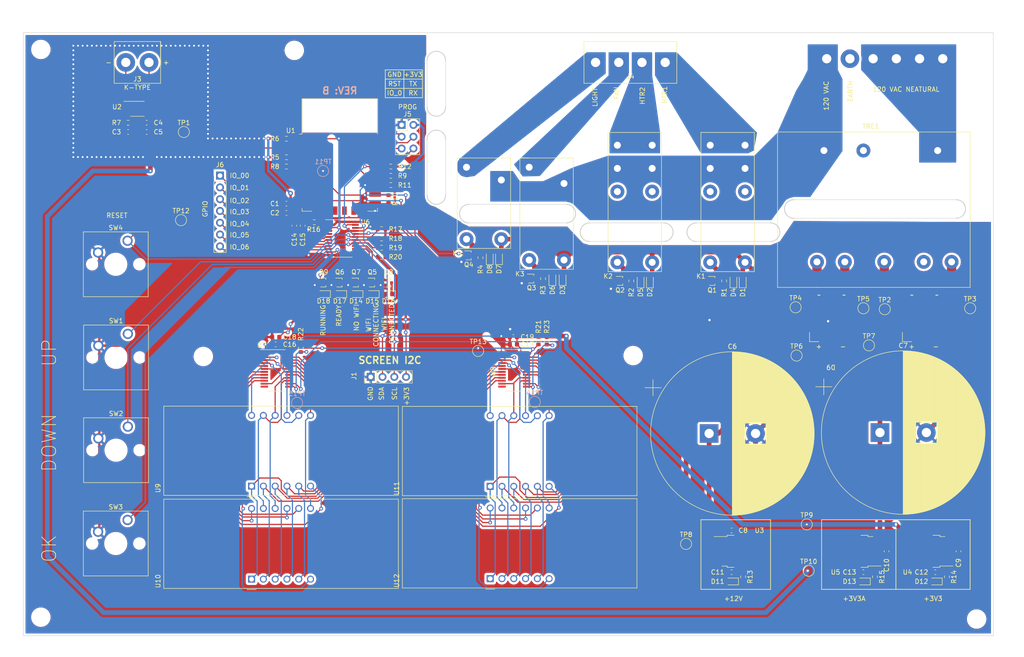
<source format=kicad_pcb>
(kicad_pcb (version 20211014) (generator pcbnew)
  (layers (0 "F.Cu" signal) (31 "B.Cu" signal) (34 "B.Paste" user) (35 "F.Paste" user) (36 "B.SilkS" user "B.Silkscreen") (37 "F.SilkS" user "F.Silkscreen") (38 "B.Mask" user) (39 "F.Mask" user) (44 "Edge.Cuts" user))
  (net 0 "")
  (net 1 "GND")
  (net 2 "+3V3")
  (net 3 "+3.3VA")
  (net 4 "/POWER/16.33VDC")
  (net 5 "/POWER/10.94VDC")
  (net 6 "+12V")
  (net 7 "Net-(D1-Pad1)")
  (net 8 "Net-(D2-Pad1)")
  (net 9 "Net-(D3-Pad1)")
  (net 10 "/HTR1_C")
  (net 11 "/HTR2_C")
  (net 12 "/HTR3_C")
  (net 13 "Net-(D7-Pad1)")
  (net 14 "/FAN_C")
  (net 15 "10.94VAC N")
  (net 16 "16.33VAC H")
  (net 17 "10.94VAC H")
  (net 18 "Net-(D11-Pad1)")
  (net 19 "Net-(D12-Pad1)")
  (net 20 "Net-(D13-Pad1)")
  (net 21 "/IO/WIFI_R_A")
  (net 22 "Net-(D14-Pad2)")
  (net 23 "/IO/WIFI_OR_A")
  (net 24 "/IO/WIFI_G_A")
  (net 25 "/IO/READY_G_A")
  (net 26 "/IO/RUNNING_R_A")
  (net 27 "ESP_I2C_SDA")
  (net 28 "ESP_I2C_SCL")
  (net 29 "120VAC N")
  (net 30 "120VAC H")
  (net 31 "THERMO -")
  (net 32 "THERMO +")
  (net 33 "FAN_H")
  (net 34 "HTR3_H")
  (net 35 "HTR2_H")
  (net 36 "HTR1_H")
  (net 37 "RST")
  (net 38 "ESP_TX")
  (net 39 "ESP_IO_0")
  (net 40 "ESP_RX")
  (net 45 "FAN_G")
  (net 46 "/IO/WIFI_OR")
  (net 47 "/IO/READY_G")
  (net 48 "/IO/WIFI_R")
  (net 49 "/IO/WIFI_G")
  (net 50 "/IO/RUNNING_R")
  (net 51 "Net-(R5-Pad2)")
  (net 52 "Net-(R8-Pad1)")
  (net 53 "Net-(R10-Pad1)")
  (net 54 "PI4_INT")
  (net 55 "/IO/UP")
  (net 56 "/IO/DWN")
  (net 57 "/IO/ENT")
  (net 58 "DISP_IRQ")
  (net 59 "/DISPLAY/DISP_DVR1_BR")
  (net 60 "/DISPLAY/DISP_DVR2_BR")
  (net 62 "ESP_ADC")
  (net 63 "HTR2_G")
  (net 64 "HTR1_G")
  (net 71 "HTR3_G")
  (net 73 "/DISPLAY/DISP_DVR1_0")
  (net 74 "/DISPLAY/DISP_DVR1_1")
  (net 75 "/DISPLAY/DISP_DVR1_2")
  (net 76 "/DISPLAY/DISP_DVR1_3")
  (net 77 "/DISPLAY/DISP_DVR1_4")
  (net 78 "/DISPLAY/DISP_DVR1_5")
  (net 79 "/DISPLAY/DISP_DVR1_6")
  (net 80 "/DISPLAY/DISP_DVR1_7")
  (net 81 "/DISPLAY/DISP_DVR1_G")
  (net 82 "/DISPLAY/DISP_DVR1_KB")
  (net 83 "/DISPLAY/DISP_DVR1_A")
  (net 84 "/DISPLAY/DISP_DVR1_F")
  (net 85 "/DISPLAY/DISP_DVR1_B")
  (net 86 "/DISPLAY/DISP_DVR1_C")
  (net 87 "/DISPLAY/DISP_DVR1_E")
  (net 88 "/DISPLAY/DISP_DVR1_DP")
  (net 89 "/DISPLAY/DISP_DVR1_D")
  (net 90 "/DISPLAY/DISP_DVR2_0")
  (net 91 "/DISPLAY/DISP_DVR2_1")
  (net 92 "/DISPLAY/DISP_DVR2_2")
  (net 93 "/DISPLAY/DISP_DVR2_3")
  (net 94 "/DISPLAY/DISP_DVR2_4")
  (net 95 "/DISPLAY/DISP_DVR2_5")
  (net 96 "/DISPLAY/DISP_DVR2_6")
  (net 97 "/DISPLAY/DISP_DVR2_7")
  (net 98 "/DISPLAY/DISP_DVR2_F")
  (net 99 "/DISPLAY/DISP_DVR2_KB")
  (net 100 "/DISPLAY/DISP_DVR2_A")
  (net 101 "/DISPLAY/DISP_DVR2_B")
  (net 102 "/DISPLAY/DISP_DVR2_G")
  (net 103 "/DISPLAY/DISP_DVR2_C")
  (net 104 "/DISPLAY/DISP_DVR2_E")
  (net 105 "/DISPLAY/DISP_DVR2_DP")
  (net 106 "/DISPLAY/DISP_DVR2_D")
  (net 107 "16.33 N")
  (net 108 "Earth")
  (net 109 "/IO/IOX_00")
  (net 110 "/IO/IOX_01")
  (net 111 "/IO/IOX_02")
  (net 112 "/IO/IOX_03")
  (net 113 "/IO/IOX_04")
  (net 114 "/IO/IOX_05")
  (net 115 "/IO/IOX_06")
  (footprint "Diode_SMD:D_0603_1608Metric" (layer "F.Cu") (at 140.5 71.5 90)
    (fp_text reference "D7")
    (fp_text value "R")
  )
  (footprint "Package_SO:QSOP-24_3.9x8.7mm_P0.635mm" (layer "F.Cu") (at 92.6 95.8)
    (fp_text reference "U7")
    (fp_text value "AS1115-BSST")
  )
  (footprint "Diode_SMD:D_0603_1608Metric" (layer "F.Cu") (at 102.7 79.35 180)
    (fp_text reference "D18")
    (fp_text value "RUNNING_R")
  )
  (footprint "Resistor_SMD:R_0603_1608Metric" (layer "F.Cu") (at 115.2 65.35 180)
    (fp_text reference "R17")
    (fp_text value "10K")
  )
  (footprint "MountingHole:MountingHole_3.2mm_M3" (layer "F.Cu") (at 169.4 92.6)
    (fp_text reference "H1" hide)
    (fp_text value "MountingHole")
  )
  (footprint "EXTRA:SCREW_TERM_5MM_2" (layer "F.Cu") (at 62.6 29.4)
    (fp_text reference "J3")
    (fp_text value "Screw_Terminal_01x02")
  )
  (footprint "Diode_SMD:D_0603_1608Metric" (layer "F.Cu") (at 113.2 79.35 180)
    (fp_text reference "D15")
    (fp_text value "WIFI_OR")
  )
  (footprint "Resistor_SMD:R_0603_1608Metric" (layer "F.Cu") (at 150.8 89.4 -90)
    (fp_text reference "R23")
    (fp_text value "10K")
  )
  (footprint "Package_TO_SOT_SMD:SOT-416" (layer "F.Cu") (at 147.5 76)
    (fp_text reference "Q3")
    (fp_text value "RE1C002UNTCL")
  )
  (footprint "Resistor_SMD:R_0603_1608Metric" (layer "F.Cu") (at 221.5 140.3 90)
    (fp_text reference "R15")
    (fp_text value "660R")
  )
  (footprint "Package_TO_SOT_SMD:SOT-416" (layer "F.Cu") (at 106.2 76.85)
    (fp_text reference "Q6")
    (fp_text value "RE1C002UNTCL")
  )
  (footprint "TestPoint:TestPoint_Pad_D2.0mm" (layer "F.Cu") (at 242 82.4)
    (fp_text reference "TP3")
    (fp_text value "TestPoint")
  )
  (footprint "TestPoint:TestPoint_Pad_D2.0mm" (layer "F.Cu") (at 207.2 139)
    (fp_text reference "TP10")
    (fp_text value "TestPoint")
  )
  (footprint "Resistor_SMD:R_0603_1608Metric" (layer "F.Cu") (at 117.2 53.85 180)
    (fp_text reference "R9")
    (fp_text value "10K")
  )
  (footprint "Resistor_SMD:R_0603_1608Metric" (layer "F.Cu") (at 117.2 55.85 180)
    (fp_text reference "R11")
    (fp_text value "2K2")
  )
  (footprint "Resistor_SMD:R_0603_1608Metric" (layer "F.Cu") (at 150 76 90)
    (fp_text reference "R3")
    (fp_text value "1K2")
  )
  (footprint "Resistor_SMD:R_0603_1608Metric" (layer "F.Cu") (at 169 76.5 90)
    (fp_text reference "R2")
    (fp_text value "1K2")
  )
  (footprint "TestPoint:TestPoint_Pad_D2.0mm" (layer "F.Cu") (at 180.8 133.2)
    (fp_text reference "TP8")
    (fp_text value "TestPoint")
  )
  (footprint "Package_SO:QSOP-24_3.9x8.7mm_P0.635mm" (layer "F.Cu") (at 143.8 95.8)
    (fp_text reference "U8")
    (fp_text value "AS1115-BSST")
  )
  (footprint "Package_TO_SOT_SMD:SOT-416" (layer "F.Cu") (at 166.65 76.5)
    (fp_text reference "Q2")
    (fp_text value "RE1C002UNTCL")
  )
  (footprint "Capacitor_SMD:C_0603_1608Metric" (layer "F.Cu") (at 96.4 64.6 -90)
    (fp_text reference "C14")
    (fp_text value "10UF")
  )
  (footprint "Diode_SMD:D_0603_1608Metric" (layer "F.Cu") (at 173 76.5 90)
    (fp_text reference "D2")
    (fp_text value "R")
  )
  (footprint "Package_TO_SOT_SMD:SOT-416" (layer "F.Cu") (at 113.2 76.85)
    (fp_text reference "Q5")
    (fp_text value "RE1C002UNTCL")
  )
  (footprint "TestPoint:TestPoint_Pad_D2.0mm" (layer "F.Cu") (at 206.8 129)
    (fp_text reference "TP9")
    (fp_text value "TestPoint")
  )
  (footprint "Diode_SMD:D_0603_1608Metric" (layer "F.Cu") (at 193 76.5 90)
    (fp_text reference "D1")
    (fp_text value "R")
  )
  (footprint "TestPoint:TestPoint_Pad_D2.0mm" (layer "F.Cu") (at 219 82.4)
    (fp_text reference "TP5")
    (fp_text value "TestPoint")
  )
  (footprint "Resistor_SMD:R_0603_1608Metric" (layer "F.Cu") (at 149 89.4 -90)
    (fp_text reference "R21")
    (fp_text value "10K")
  )
  (footprint "Package_TO_SOT_SMD:TO-252-3_TabPin2" (layer "F.Cu") (at 217.5 134.8 180)
    (fp_text reference "U5")
    (fp_text value "AZ1117CD-3.3TRG1")
  )
  (footprint "MountingHole:MountingHole_3.2mm_M3" (layer "F.Cu") (at 243.2 36)
    (fp_text reference "H8" hide)
    (fp_text value "MountingHole")
  )
  (footprint "EXTRA:0Z-SS-112L1" (layer "F.Cu") (at 169.5 62 90)
    (fp_text reference "K2")
    (fp_text value "OZ-SS-112L1")
  )
  (footprint "Capacitor_THT:CP_Radial_D35.0mm_P10.00mm_SnapIn" (layer "F.Cu") (at 222.569501 109.2)
    (fp_text reference "C7")
    (fp_text value "10000UF")
  )
  (footprint "Capacitor_SMD:C_0603_1608Metric" (layer "F.Cu") (at 190.6 130.3)
    (fp_text reference "C8")
    (fp_text value "10UF")
  )
  (footprint "MountingHole:MountingHole_3.2mm_M3" (layer "F.Cu") (at 96.4 26.8)
    (fp_text reference "H5" hide)
    (fp_text value "MountingHole")
  )
  (footprint "Diode_SMD:D_0603_1608Metric" (layer "F.Cu") (at 171 76.5 90)
    (fp_text reference "D5")
    (fp_text value "1N4151")
  )
  (footprint "Resistor_SMD:R_0603_1608Metric" (layer "F.Cu") (at 100.7 63.85 180)
    (fp_text reference "R16")
    (fp_text value "10K")
  )
  (footprint "Capacitor_SMD:C_0603_1608Metric" (layer "F.Cu") (at 94.7 59.85)
    (fp_text reference "C1")
    (fp_text value "0.1UF")
  )
  (footprint "Diode_SMD:D_0603_1608Metric" (layer "F.Cu") (at 234.5 141.3 180)
    (fp_text reference "D12")
    (fp_text value "+3V3_PWRGOOD_G")
  )
  (footprint "MountingHole:MountingHole_3.2mm_M3" (layer "F.Cu") (at 41.8 149)
    (fp_text reference "H4" hide)
    (fp_text value "MountingHole")
  )
  (footprint "Capacitor_SMD:C_0603_1608Metric" (layer "F.Cu") (at 239.5 134.8 -90)
    (fp_text reference "C9")
    (fp_text value "10UF")
  )
  (footprint "Package_SO:TSSOP-24_4.4x7.8mm_P0.65mm" (layer "F.Cu") (at 106.7 67.35)
    (fp_text reference "U6")
    (fp_text value "PI4IOE5V6416LEX")
  )
  (footprint "RF_Module:ESP-12E" (layer "F.Cu") (at 106.2 49.35)
    (fp_text reference "U1")
    (fp_text value "ESP-12E")
  )
  (footprint "Capacitor_SMD:C_0603_1608Metric" (layer "F.Cu") (at 224 134.8 -90)
    (fp_text reference "C10")
    (fp_text value "10UF")
  )
  (footprint "Resistor_SMD:R_0603_1608Metric" (layer "F.Cu") (at 237 140.3 90)
    (fp_text reference "R14")
    (fp_text value "660R")
  )
  (footprint "Package_TO_SOT_SMD:TO-252-3_TabPin2" (layer "F.Cu") (at 192.1 134.8)
    (fp_text reference "U3")
    (fp_text value "MC7812BDTRKG")
  )
  (footprint "Display_7Segment:CA56-12CGKWA" (layer "F.Cu") (at 87.2 140.8 90)
    (fp_text reference "U10")
    (fp_text value "LTC-5723HR")
  )
  (footprint "MountingHole:MountingHole_3.2mm_M3" (layer "F.Cu") (at 76.8 92.8)
    (fp_text reference "H7" hide)
    (fp_text value "MountingHole")
  )
  (footprint "Connector_PinHeader_2.54mm:PinHeader_1x07_P2.54mm_Vertical" (layer "F.Cu") (at 80.4 53.8)
    (fp_text reference "J6")
    (fp_text value "Conn_01x07")
  )
  (footprint "Resistor_SMD:R_0603_1608Metric" (layer "F.Cu") (at 94.7 51.85 180)
    (fp_text reference "R8")
    (fp_text value "10K")
  )
  (footprint "TestPoint:TestPoint_Pad_D2.0mm" (layer "F.Cu") (at 204.4 82.2)
    (fp_text reference "TP4")
    (fp_text value "TestPoint")
  )
  (footprint "TestPoint:TestPoint_Pad_D2.0mm" (layer "F.Cu") (at 220.2 90.4)
    (fp_text reference "TP7")
    (fp_text value "TestPoint")
  )
  (footprint "Resistor_SMD:R_0603_1608Metric" (layer "F.Cu") (at 117.2 51.85 180)
    (fp_text reference "R12")
    (fp_text value "2K2")
  )
  (footprint "Package_TO_SOT_SMD:SOT-416" (layer "F.Cu") (at 102.7 76.85)
    (fp_text reference "Q9")
    (fp_text value "RE1C002UNTCL")
  )
  (footprint "MountingHole:MountingHole_3.2mm_M3" (layer "F.Cu") (at 144.8 26.8)
    (fp_text reference "H2" hide)
    (fp_text value "MountingHole")
  )
  (footprint "Capacitor_SMD:C_0603_1608Metric" (layer "F.Cu") (at 92.4 88.6 180)
    (fp_text reference "C18")
    (fp_text value "10UF")
  )
  (footprint "TestPoint:TestPoint_Pad_D2.0mm" (layer "F.Cu") (at 136 91.6)
    (fp_text reference "TP13")
    (fp_text value "TestPoint")
  )
  (footprint "Button_Switch_Keyboard:SW_Cherry_MX_1.00u_PCB" (layer "F.Cu") (at 60.54 87.92)
    (fp_text reference "SW1")
    (fp_text value "UP")
  )
  (footprint "Diode_SMD:D_0603_1608Metric" (layer "F.Cu") (at 190.6 141.3 180)
    (fp_text reference "D11")
    (fp_text value "+12V_PWRGOOD_G")
  )
  (footprint "EXTRA:0J-SS-112LWHF" (layer "F.Cu") (at 137 59.5 90)
    (fp_text reference "K4")
    (fp_text value "0J-SS-112LWHF")
  )
  (footprint "Resistor_SMD:R_0603_1608Metric" (layer "F.Cu") (at 116.7 58.85 -90)
    (fp_text reference "R10")
    (fp_text value "10K")
  )
  (footprint "Connector_PinHeader_2.54mm:PinHeader_1x04_P2.54mm_Vertical" (layer "F.Cu") (at 112.86 97.2 90)
    (fp_text reference "J1")
    (fp_text value "Conn_01x04")
  )
  (footprint "MountingHole:MountingHole_3.2mm_M3" (layer "F.Cu") (at 243.4 149.4)
    (fp_text reference "H3" hide)
    (fp_text value "MountingHole")
  )
  (footprint "Diode_SMD:D_0603_1608Metric" (layer "F.Cu") (at 109.7 79.35 180)
    (fp_text reference "D14")
    (fp_text value "WIFI_R")
  )
  (footprint "EXTRA:SDT-SS-112DM" (layer "F.Cu") (at 151 62.5 90)
    (fp_text reference "K3")
    (fp_text value "SDT-SS-112DM")
  )
  (footprint "Capacitor_SMD:C_0603_1608Metric" (layer "F.Cu") (at 60.6 44.4)
    (fp_text reference "C3")
    (fp_text value "0.1UF")
  )
  (footprint "Button_Switch_Keyboard:SW_Cherry_MX_1.00u_PCB" (layer "F.Cu") (at 60.54 107.92)
    (fp_text reference "SW2")
    (fp_text value "DWN")
  )
  (footprint "Resistor_SMD:R_0603_1608Metric" (layer "F.Cu") (at 136.5 71.5 90)
    (fp_text reference "R4")
    (fp_text value "1K2")
  )
  (footprint "Connector_PinHeader_2.54mm:PinHeader_2x03_P2.54mm_Vertical" (layer "F.Cu") (at 119.525 42.875)
    (fp_text reference "J5")
    (fp_text value "Conn_02x03_Odd_Even")
  )
  (footprint "Display_7Segment:CA56-12CGKWA" (layer "F.Cu") (at 138.6 140.7 90)
    (fp_text reference "U12")
    (fp_text value "LTC-5723HR")
  )
  (footprint "Capacitor_SMD:C_0603_1608Metric" (layer "F.Cu") (at 94.7 61.85)
    (fp_text reference "C2")
    (fp_text value "10UF")
  )
  (footprint "Diode_SMD:D_0603_1608Metric" (layer "F.Cu") (at 154.2 76 90)
    (fp_text reference "D3")
    (fp_text value "R")
  )
  (footprint "Capacitor_SMD:C_0603_1608Metric" (layer "F.Cu") (at 234.5 139.3)
    (fp_text reference "C12")
    (fp_text value "22UF")
  )
  (footprint "TestPoint:TestPoint_Pad_D2.0mm" (layer "F.Cu") (at 204.6 92.6)
    (fp_text reference "TP6")
    (fp_text value "TestPoint")
  )
  (footprint "EXTRA:0Z-SS-112L1" (layer "F.Cu") (at 189.5 62 90)
    (fp_text reference "K1")
    (fp_text value "OZ-SS-112L1")
  )
  (footprint "Diode_SMD:D_0603_1608Metric" (layer "F.Cu") (at 219 141.3 180)
    (fp_text reference "D13")
    (fp_text value "+3.3VA_PWRGOOD_G")
  )
  (footprint "Package_TO_SOT_SMD:TO-252-3_TabPin2" (layer "F.Cu") (at 233 134.8 180)
    (fp_text reference "U4")
    (fp_text value "AZ1117CD-3.3TRG1")
  )
  (footprint "Resistor_SMD:R_0603_1608Metric" (layer "F.Cu") (at 94.7 49.85)
    (fp_text reference "R5")
    (fp_text value "10K")
  )
  (footprint "Capacitor_THT:CP_Radial_D35.0mm_P10.00mm_SnapIn" (layer "F.Cu") (at 185.769501 109.4)
    (fp_text reference "C6")
    (fp_text value "10000UF")
  )
  (footprint "Package_TO_SOT_SMD:SOT-416" (layer "F.Cu") (at 116.7 76.85)
    (fp_text reference "Q8")
    (fp_text value "RE1C002UNTCL")
  )
  (footprint "Package_SO:MSOP-8_3x3mm_P0.65mm" (layer "F.Cu") (at 62.6 39.4)
    (fp_text reference "U2")
    (fp_text value "AD8495")
  )
  (footprint "Resistor_SMD:R_0603_1608Metric" (layer "F.Cu") (at 115.2 69.35 180)
    (fp_text reference "R19")
    (fp_text value "10K")
  )
  (footprint "Button_Switch_Keyboard:SW_Cherry_MX_1.00u_PCB" (layer "F.Cu") (at 60.48 67.84)
    (fp_text reference "SW4")
    (fp_text value "SW_Push")
  )
  (footprint "Diode_SMD:D_0603_1608Metric" (layer "F.Cu") (at 116.7 79.35 180)
    (fp_text reference "D16")
    (fp_text value "WIFI_G")
  )
  (footprint "Capacitor_SMD:C_0603_1608Metric" (layer "F.Cu") (at 92.4 90.2 180)
    (fp_text reference "C16")
    (fp_text value "0.1UF")
  )
  (footprint "Package_TO_SOT_SMD:SOT-416" (layer "F.Cu") (at 134 71)
    (fp_text reference "Q4")
    (fp_text value "RE1C002UNTCL")
  )
  (footprint "Resistor_SMD:R_0603_1608Metric" (layer "F.Cu") (at 193.1 140.3 90)
    (fp_text reference "R13")
    (fp_text value "1K2")
  )
  (footprint "Capacitor_SMD:C_0603_1608Metric" (layer "F.Cu") (at 219 139.3)
    (fp_text reference "C13")
    (fp_text value "22UF")
  )
  (footprint "Capacitor_SMD:C_0603_1608Metric" (layer "F.Cu") (at 190.6 139.3)
    (fp_text reference "C11")
    (fp_text value "10UF")
  )
  (footprint "Package_TO_SOT_SMD:SOT-416" (layer "F.Cu") (at 109.7 76.85)
    (fp_text reference "Q7")
    (fp_text value "RE1C002UNTCL")
  )
  (footprint "Display_7Segment:CA56-12CGKWA" (layer "F.Cu") (at 138.6 120.8 90)
    (fp_text reference "U11")
    (fp_text value "LTC-5723HR")
  )
  (footprint "Resistor_SMD:R_0603_1608Metric" (layer "F.Cu") (at 115.2 67.35 180)
    (fp_text reference "R18")
    (fp_text value "10K")
  )
  (footprint "Capacitor_SMD:C_0603_1608Metric" (layer "F.Cu") (at 64.6 44.4)
    (fp_text reference "C5")
    (fp_text value "10UF")
  )
  (footprint "Resistor_SMD:R_0603_1608Metric" (layer "F.Cu") (at 94.7 45.85)
    (fp_text reference "R6")
    (fp_text value "10K")
  )
  (footprint "Resistor_SMD:R_0603_1608Metric" (layer "F.Cu") (at 97.8 91 -90)
    (fp_text reference "R22")
    (fp_text value "10K")
  )
  (footprint "Capacitor_SMD:C_0603_1608Metric" (layer "F.Cu") (at 143.6 88.6 180)
    (fp_text reference "C19")
    (fp_text value "10UF")
  )
  (footprint "EXTRA:WDB41-18" (layer "F.Cu") (at 221 60.9)
    (fp_text reference "TRE1")
    (fp_text value "WDB41-18")
  )
  (footprint "EXTRA:DF01S-TDICT-ND" (layer "F.Cu") (at 232 85 180)
    (fp_text reference "D10")
    (fp_text value "D_Bridge_+-AA")
  )
  (footprint "Display_7Segment:CA56-12CGKWA" (layer "F.Cu") (at 87.2 120.7425 90)
    (fp_text reference "U9")
    (fp_text value "LTC-5723HR")
  )
  (footprint "MountingHole:MountingHole_3.2mm_M3" (layer "F.Cu") (at 41.8 26.6)
    (fp_text reference "H6" hide)
    (fp_text value "MountingHole")
  )
  (footprint "Capacitor_SMD:C_0603_1608Metric" (layer "F.Cu") (at 64.6 42.4)
    (fp_text reference "C4")
    (fp_text value "0.1UF")
  )
  (footprint "Diode_SMD:D_0603_1608Metric" (layer "F.Cu") (at 191 76.5 90)
    (fp_text reference "D4")
    (fp_text value "1N4151")
  )
  (footprint "Resistor_SMD:R_0603_1608Metric" (layer "F.Cu") (at 60.6 42.4)
    (fp_text reference "R7")
    (fp_text value "1M")
  )
  (footprint "EXTRA:DF01S-TDICT-ND" (layer "F.Cu") (at 212 85 180)
    (fp_text reference "D9")
    (fp_text value "D_Bridge_+-AA")
  )
  (footprint "Capacitor_SMD:C_0603_1608Metric" (layer "F.Cu") (at 98.2 64.6 -90)
    (fp_text reference "C15")
    (fp_text value "0.1UF")
  )
  (footprint "TestPoint:TestPoint_Pad_D2.0mm" (layer "F.Cu") (at 223.6 82.6)
    (fp_text reference "TP2")
    (fp_text value "TestPoint")
  )
  (footprint "Diode_SMD:D_0603_1608Metric" (layer "F.Cu") (at 138.5 71.5 90)
    (fp_text reference "D8")
    (fp_text value "1N4151")
  )
  (footprint "Resistor_SMD:R_0603_1608Metric" (layer "F.Cu") (at 189 76.5 90)
    (fp_text reference "R1")
    (fp_text value "1K2")
  )
  (footprint "Resistor_SMD:R_0603_1608Metric" (layer "F.Cu") (at 115.2 71.35)
    (fp_text reference "R20")
    (fp_text value "330R")
  )
  (footprint "TestPoint:TestPoint_Pad_D2.0mm" (layer "F.Cu") (at 72 63.4)
    (fp_text reference "TP12")
    (fp_text value "TestPoint")
  )
  (footprint "TestPoint:TestPoint_Pad_D2.0mm" (layer "F.Cu") (at 72.6 44.4)
    (fp_text reference "TP1")
    (fp_text value "TestPoint")
  )
  (footprint "Diode_SMD:D_0603_1608Metric" (layer "F.Cu") (at 152 76 90)
    (fp_text reference "D6")
    (fp_text value "1N4151")
  )
  (footprint "Package_TO_SOT_SMD:SOT-416" (layer "F.Cu") (at 186.5 76.5)
    (fp_text reference "Q1")
    (fp_text value "RE1C002UNTCL")
  )
  (footprint "Diode_SMD:D_0603_1608Metric" (layer "F.Cu") (at 106.2 79.35 180)
    (fp_text reference "D17")
    (fp_text value "READY_G")
  )
  (footprint "Button_Switch_Keyboard:SW_Cherry_MX_1.00u_PCB" (layer "F.Cu") (at 60.48 128.04)
    (fp_text reference "SW3")
    (fp_text value "ENT")
  )
  (footprint "EXTRA:SCREW_TERM_5MM_4" (layer "F.Cu") (at 168.8 29.4)
    (fp_text reference "J4")
    (fp_text value "Screw_Terminal_01x04")
  )
  (footprint "Capacitor_SMD:C_0603_1608Metric" (layer "F.Cu") (at 143.6 90.2 180)
    (fp_text reference "C17")
    (fp_text value "0.1UF")
  )
  (footprint "TestPoint:TestPoint_Pad_D2.0mm" (layer "B.Cu") (at 102.6 52.8 180)
    (fp_text reference "TP11")
    (fp_text value "TestPoint")
  )
  (footprint "TestPoint:TestPoint_Pad_D2.0mm" (layer "B.Cu") (at 97 102.8 180)
    (fp_text reference "TP15")
    (fp_text value "TestPoint")
  )
  (footprint "EXTRA:SCREW_TERM_5MM_7" (layer "B.Cu") (at 223.6 28.6 180)
    (fp_text reference "J2" hide)
    (fp_text value "Screw_Terminal_01x07")
  )
  (footprint "TestPoint:TestPoint_Pad_D2.0mm" (layer "B.Cu") (at 148.2 102.6 180)
    (fp_text reference "TP14")
    (fp_text value "TestPoint")
  )
  (gr_line (start 116 37) (end 120 37) (layer "F.SilkS") (width 0.15))
  (gr_line (start 199 143) (end 184 143) (layer "F.SilkS") (width 0.15))
  (gr_line (start 210 143) (end 210 128) (layer "F.SilkS") (width 0.15))
  (gr_line (start 210 128) (end 226 128) (layer "F.SilkS") (width 0.15))
  (gr_line (start 120 33) (end 116 33) (layer "F.SilkS") (width 0.15))
  (gr_line (start 120 31) (end 120 37) (layer "F.SilkS") (width 0.15))
  (gr_line (start 242 128) (end 242 143) (layer "F.SilkS") (width 0.15))
  (gr_line (start 116 33) (end 116 35) (layer "F.SilkS") (width 0.15))
  (gr_line (start 124 35) (end 120 35) (layer "F.SilkS") (width 0.15))
  (gr_line (start 124 37) (end 124 31) (layer "F.SilkS") (width 0.15))
  (gr_line (start 199 128) (end 199 143) (layer "F.SilkS") (width 0.15))
  (gr_line (start 120 31) (end 116 31) (layer "F.SilkS") (width 0.15))
  (gr_line (start 242 143) (end 226 143) (layer "F.SilkS") (width 0.15))
  (gr_line (start 124 31) (end 120 31) (layer "F.SilkS") (width 0.15))
  (gr_line (start 120 35) (end 116 35) (layer "F.SilkS") (width 0.15))
  (gr_line (start 120 37) (end 124 37) (layer "F.SilkS") (width 0.15))
  (gr_line (start 116 31) (end 116 37) (layer "F.SilkS") (width 0.15))
  (gr_line (start 226 128) (end 242 128) (layer "F.SilkS") (width 0.15))
  (gr_line (start 184 128) (end 199 128) (layer "F.SilkS") (width 0.15))
  (gr_line (start 124 33) (end 120 33) (layer "F.SilkS") (width 0.15))
  (gr_line (start 226 143) (end 210 143) (layer "F.SilkS") (width 0.15))
  (gr_line (start 226 128) (end 226 143) (layer "F.SilkS") (width 0.15))
  (gr_line (start 184 143) (end 184 128) (layer "F.SilkS") (width 0.15))
  (gr_arc (start 204 63) (mid 202 61) (end 204 59) (layer "Edge.Cuts") (width 0.2))
  (gr_line (start 129 29) (end 129 39) (layer "Edge.Cuts") (width 0.1))
  (gr_arc (start 129 39) (mid 127 41) (end 125 39) (layer "Edge.Cuts") (width 0.2))
  (gr_line (start 243 23) (end 247 23) (layer "Edge.Cuts") (width 0.1))
  (gr_line (start 239 63) (end 204 63) (layer "Edge.Cuts") (width 0.1))
  (gr_line (start 155 64) (end 134 64) (layer "Edge.Cuts") (width 0.1))
  (gr_line (start 247 23) (end 247 153) (layer "Edge.Cuts") (width 0.1))
  (gr_arc (start 125 46) (mid 127 44) (end 129 46) (layer "Edge.Cuts") (width 0.2))
  (gr_line (start 183 68) (end 199 68) (layer "Edge.Cuts") (width 0.1))
  (gr_line (start 204 59) (end 239 59) (layer "Edge.Cuts") (width 0.1))
  (gr_arc (start 134 64) (mid 132 62) (end 134 60) (layer "Edge.Cuts") (width 0.2))
  (gr_arc (start 160 68) (mid 158 66) (end 160 64) (layer "Edge.Cuts") (width 0.2))
  (gr_arc (start 176 64) (mid 178 66) (end 176 68) (layer "Edge.Cuts") (width 0.2))
  (gr_arc (start 155 60) (mid 157 62) (end 155 64) (layer "Edge.Cuts") (width 0.2))
  (gr_arc (start 129 58) (mid 127 60) (end 125 58) (layer "Edge.Cuts") (width 0.2))
  (gr_line (start 134 60) (end 155 60) (layer "Edge.Cuts") (width 0.1))
  (gr_line (start 242 23) (end 243 23) (layer "Edge.Cuts") (width 0.1))
  (gr_line (start 125 39) (end 125 29) (layer "Edge.Cuts") (width 0.1))
  (gr_line (start 38 153) (end 38 23) (layer "Edge.Cuts") (width 0.1))
  (gr_line (start 199 64) (end 183 64) (layer "Edge.Cuts") (width 0.1))
  (gr_arc (start 183 68) (mid 181 66) (end 183 64) (layer "Edge.Cuts") (width 0.2))
  (gr_line (start 243 153) (end 38 153) (layer "Edge.Cuts") (width 0.1))
  (gr_line (start 125 58) (end 125 46) (layer "Edge.Cuts") (width 0.1))
  (gr_line (start 160 64) (end 176 64) (layer "Edge.Cuts") (width 0.1))
  (gr_arc (start 199 64) (mid 201 66) (end 199 68) (layer "Edge.Cuts") (width 0.2))
  (gr_arc (start 239 59) (mid 241 61) (end 239 63) (layer "Edge.Cuts") (width 0.2))
  (gr_line (start 129 46) (end 129 58) (layer "Edge.Cuts") (width 0.1))
  (gr_arc (start 125 29) (mid 127 27) (end 129 29) (layer "Edge.Cuts") (width 0.2))
  (gr_line (start 243 153) (end 247 153) (layer "Edge.Cuts") (width 0.1))
  (gr_line (start 160 68) (end 176 68) (layer "Edge.Cuts") (width 0.1))
  (gr_line (start 38 23) (end 242 23) (layer "Edge.Cuts") (width 0.1))
  (gr_text "REV: B" (at 106.2 35.5) (layer "B.SilkS") (effects (font (size 1.5 1.5) (thickness 0.3)) (justify mirror)))
  (gr_text "+3V3" (at 122 32) (layer "F.SilkS") (effects (font (size 1 1))))
  (gr_text "SDA\n" (at 115.2 100.8 90) (layer "F.SilkS") (effects (font (size 1 1))))
  (gr_text "HTR1" (at 176.2 36.4 90) (layer "F.SilkS") (effects (font (size 1 1))))
  (gr_text "IO_00" (at 84.6 53.8) (layer "F.SilkS") (effects (font (size 1 1))))
  (gr_text "HTR2\n" (at 171.4 36.6 90) (layer "F.SilkS") (effects (font (size 1 1))))
  (gr_text "NO WIFI" (at 109.8 84.4 90) (layer "F.SilkS") (effects (font (size 1 1))))
  (gr_text "+3V3" (at 120.6 101.4 90) (layer "F.SilkS") (effects (font (size 1 1))))
  (gr_text "EARTH\n" (at 216.2 35.6 90) (layer "F.SilkS") (effects (font (size 1 1))))
  (gr_text "GND\n" (at 118 32) (layer "F.SilkS") (effects (font (size 1 1))))
  (gr_text "K-TYPE" (at 62.6 34.8) (layer "F.SilkS") (effects (font (size 1 1))))
  (gr_text "120 VAC NEATURAL" (at 228.2 35.2) (layer "F.SilkS") (effects (font (size 1 1))))
  (gr_text "IO_02\n" (at 84.6 59.2) (layer "F.SilkS") (effects (font (size 1 1))))
  (gr_text "RX\n" (at 122 36) (layer "F.SilkS") (effects (font (size 1 1))))
  (gr_text "RESET\n" (at 58.2 62.4) (layer "F.SilkS") (effects (font (size 1 1))))
  (gr_text "READY" (at 106 84 90) (layer "F.SilkS") (effects (font (size 1 1))))
  (gr_text "IO_06" (at 84.6 69.2) (layer "F.SilkS") (effects (font (size 1 1))))
  (gr_text "+\n" (at 68.8 29.4) (layer "F.SilkS") (effects (font (size 1 1))))
  (gr_text "TX\n" (at 122 34) (layer "F.SilkS") (effects (font (size 1 1))))
  (gr_text "PROG\n" (at 120.8 39) (layer "F.SilkS") (effects (font (size 1 1))))
  (gr_text "IO_05" (at 84.6 66.6) (layer "F.SilkS") (effects (font (size 1 1))))
  (gr_text "UP" (at 43.6 92 90) (layer "F.SilkS") (effects (font (size 3 3))))
  (gr_text "+3V3A" (at 217 145) (layer "F.SilkS") (effects (font (size 1 1))))
  (gr_text "WIFI\nCONNECTED" (at 116.6 85.8 90) (layer "F.SilkS") (effects (font (size 1 1))))
  (gr_text "GPIO " (at 77.2 60.6 90) (layer "F.SilkS") (effects (font (size 1 1))))
  (gr_text "DOWN" (at 43.6 111.4 90) (layer "F.SilkS") (effects (font (size 3 3))))
  (gr_text "IO_0\n" (at 118 36) (layer "F.SilkS") (effects (font (size 1 1))))
  (gr_text "120 VAC" (at 211 36.6 90) (layer "F.SilkS") (effects (font (size 1 1))))
  (gr_text "LIGHT" (at 161.2 36.9 90) (layer "F.SilkS") (effects (font (size 1 1))))
  (gr_text "RUNNING" (at 102.6 85 90) (layer "F.SilkS") (effects (font (size 1 1))))
  (gr_text "+12V\n" (at 191 145) (layer "F.SilkS") (effects (font (size 1 1))))
  (gr_text "-" (at 56.4 29.4) (layer "F.SilkS") (effects (font (size 1 1))))
  (gr_text "FAN\n" (at 165.8 36 90) (layer "F.SilkS") (effects (font (size 1 1))))
  (gr_text "SCL\n" (at 118 100.8 90) (layer "F.SilkS") (effects (font (size 1 1))))
  (gr_text "IO_01\n" (at 84.6 56.4) (layer "F.SilkS") (effects (font (size 1 1))))
  (gr_text "GND" (at 112.8 100.8 90) (layer "F.SilkS") (effects (font (size 1 1))))
  (gr_text "RST\n" (at 118 34) (layer "F.SilkS") (effects (font (size 1 1))))
  (gr_text "WIFI\nCONNECTING\n" (at 113.2 86 90) (layer "F.SilkS") (effects (font (size 1 1))))
  (gr_text "IO_04\n" (at 84.6 64.2) (layer "F.SilkS") (effects (font (size 1 1))))
  (gr_text "IO_03\n" (at 84.6 61.6) (layer "F.SilkS") (effects (font (size 1 1))))
  (gr_text "OK" (at 43.6 134.2 90) (layer "F.SilkS") (effects (font (size 3 3))))
  (gr_text "+3V3" (at 234 145) (layer "F.SilkS") (effects (font (size 1 1))))
  (gr_text "SCREEN I2C" (at 117 93.6) (layer "F.SilkS") (effects (font (size 1.5 1.5) (thickness 0.3))))
  (segment (start 59.775 44.35) (end 59.825 44.4) (width 0.5) (layer "F.Cu") (net 1))
  (segment (start 98.2 65.375) (end 99.375 65.375) (width 0.5) (layer "F.Cu") (net 1))
  (segment (start 238.6 138.48) (end 237.2 137.08) (width 1) (layer "F.Cu") (net 1))
  (segment (start 234.7 87.5) (end 234.7 87.8) (width 1) (layer "F.Cu") (net 1))
  (segment (start 54.19 90.46) (end 54.4 90.25) (width 0.5) (layer "F.Cu") (net 1))
  (segment (start 145.9 76.5) (end 145.4 77) (width 1) (layer "F.Cu") (net 1))
  (segment (start 146.85 76.5) (end 145.9 76.5) (width 1) (layer "F.Cu") (net 1))
  (segment (start 234.7 87.8) (end 234.7 107.069501) (width 1) (layer "F.Cu") (net 1))
  (segment (start 59.547183 39.725) (end 59.225 40.047183) (width 0.5) (layer "F.Cu") (net 1))
  (segment (start 103.8375 70.925) (end 102.725 70.925) (width 0.5) (layer "F.Cu") (net 1))
  (segment (start 166 77) (end 165.8 77) (width 1) (layer "F.Cu") (net 1))
  (segment (start 54.4 110.25) (end 54.4 90.67) (width 0.5) (layer "F.Cu") (net 1))
  (segment (start 103.8375 70.925) (end 104.275 70.925) (width 0.5) (layer "F.Cu") (net 1))
  (segment (start 91.6 88.575) (end 91.625 88.6) (width 0.5) (layer "F.Cu") (net 1))
  (segment (start 93.875 59.8) (end 93.925 59.85) (width 0.5) (layer "F.Cu") (net 1))
  (segment (start 102 77.4) (end 102.05 77.35) (width 0.5) (layer "F.Cu") (net 1))
  (segment (start 224.9 143.2) (end 237.4 143.2) (width 1) (layer "F.Cu") (net 1))
  (segment (start 91.6 86.8) (end 91.6 88.575) (width 0.5) (layer "F.Cu") (net 1))
  (segment (start 185.85 77) (end 185.85 84.95) (width 1) (layer "F.Cu") (net 1))
  (segment (start 112.4 64.8) (end 111.475 65.725) (width 0.25) (layer "F.Cu") (net 1))
  (segment (start 109.05 77.35) (end 108.05 77.35) (width 0.5) (layer "F.Cu") (net 1))
  (segment (start 214 87.8) (end 211.4 85.2) (width 1) (layer "F.Cu") (net 1))
  (segment (start 93.925 59.85) (end 93.925 61.85) (width 0.5) (layer "F.Cu") (net 1))
  (segment (start 224.9 140.6) (end 224.9 143.2) (width 1) (layer "F.Cu") (net 1))
  (segment (start 54.19 110.46) (end 54.4 110.25) (width 0.5) (layer "F.Cu") (net 1))
  (segment (start 195.769501 125.905499) (end 191.375 130.3) (width 1) (layer "F.Cu") (net 1))
  (segment (start 142.9 86.9) (end 142.825 86.975) (width 0.5) (layer "F.Cu") (net 1))
  (segment (start 112.5 77.4) (end 112.55 77.35) (width 0.5) (layer "F.Cu") (net 1))
  (segment (start 59.775 42.4) (end 59.775 44.35) (width 0.5) (layer "F.Cu") (net 1))
  (segment (start 238.6 142) (end 238.6 138.48) (width 1) (layer "F.Cu") (net 1))
  (segment (start 216.8 85.8) (end 232.7 85.8) (width 1) (layer "F.Cu") (net 1))
  (segment (start 91.625 88.6) (end 91.625 88.375) (width 0.25) (layer "F.Cu") (net 1))
  (segment (start 96.375 65.4) (end 94.6 65.4) (width 0.5) (layer "F.Cu") (net 1))
  (segment (start 214.7 87.8) (end 214.8 87.8) (width 1) (layer "F.Cu") (net 1))
  (segment (start 60.4875 39.725) (end 59.547183 39.725) (width 0.5) (layer "F.Cu") (net 1))
  (segment (start 116.4 86.8) (end 91.6 86.8) (width 0.5) (layer "F.Cu") (net 1))
  (segment (start 144.1175 95.4825) (end 144.75 94.85) (width 0.25) (layer "F.Cu") (net 1))
  (segment (start 106.075 70.925) (end 107.2 69.8) (width 0.5) (layer "F.Cu") (net 1))
  (segment (start 214.7 90.469501) (end 195.769501 109.4) (width 1) (layer "F.Cu") (net 1))
  (segment (start 142.825 86.975) (end 142.825 88.6) (width 0.5) (layer "F.Cu") (net 1))
  (segment (start 107.475 65.725) (end 109.5625 65.725) (width 0.5) (layer "F.Cu") (net 1))
  (segment (start 224.9 140.6) (end 221.7 137.4) (width 1) (layer "F.Cu") (net 1))
  (segment (start 89.9457 95.4825) (end 93.3175 95.4825) (width 0.25) (layer "F.Cu") (net 1))
  (segment (start 54.4 110.67) (end 54.19 110.46) (width 0.5) (layer "F.Cu") (net 1))
  (segment (start 142.75 86.75) (end 112.85 86.75) (width 0.5) (layer "F.Cu") (net 1))
  (segment (start 232.7 85.8) (end 234.7 87.8) (width 1) (layer "F.Cu") (net 1))
  (segment (start 93.925 64.725) (end 93.925 61.85) (width 0.5) (layer "F.Cu") (net 1))
  (segment (start 133.35 71.5) (end 133.3 71.5) (width 0.5) (layer "F.Cu") (net 1))
  (segment (start 221.7 137.4) (end 221.7 137.08) (width 1) (layer "F.Cu") (net 1))
  (segment (start 104.45 77.35) (end 104.4 77.4) (width 0.5) (layer "F.Cu") (net 1))
  (segment (start 63.825 44.4) (end 63.825 42.4) (width 0.5) (layer "F.Cu") (net 1))
  (segment (start 141.1457 95.4825) (end 144.1175 95.4825) (width 0.25) (layer "F.Cu") (net 1))
  (segment (start 59.225 41.85) (end 59.775 42.4) (width 0.5) (layer "F.Cu") (net 1))
  (segment (start 224.9 143.2) (end 202.6 143.2) (width 1) (layer "F.Cu") (net 1))
  (segment (start 142.9 86.9) (end 142.75 86.75) (width 0.5) (layer "F.Cu") (net 1))
  (segment (start 91.625 88.6) (end 91.625 90.2) (width 0.25) (layer "F.Cu") (net 1))
  (segment (start 104.275 70.925) (end 106.075 70.925) (width 0.5) (layer "F.Cu") (net 1))
  (segment (start 93.55 95.25) (end 93.55 92.125) (width 0.25) (layer "F.Cu") (net 1))
  (segment (start 112.8 64.8) (end 112.4 64.8) (width 0.25) (layer "F.Cu") (net 1))
  (segment (start 144.75 92.125) (end 142.825 90.2) (width 0.25) (layer "F.Cu") (net 1))
  (segment (start 93.3175 95.4825) (end 93.55 95.25) (width 0.25) (layer "F.Cu") (net 1))
  (segment (start 202.6 143.2) (end 194.2 134.8) (width 1) (layer "F.Cu") (net 1))
  (segment (start 54.4 130.31) (end 54.4 110.67) (width 0.5) (layer "F.Cu") (net 1))
  (segment (start 107.2 69.8) (end 107.2 66) (width 0.5) (layer "F.Cu") (net 1))
  (segment (start 116.525 59.85) (end 113.8 59.85) (width 0.25) (layer "F.Cu") (net 1))
  (segment (start 237.4 143.2) (end 238.6 142) (width 1) (layer "F.Cu") (net 1))
  (segment (start 59.825 44.4) (end 61.375 44.4) (width 0.5) (layer "F.Cu") (net 1))
  (segment (start 54.13 130.58) (end 54.4 130.31) (width 0.5) (layer "F.Cu") (net 1))
  (segment (start 193.1 139.475) (end 193.1 135.9) (width 1) (layer "F.Cu") (net 1))
  (segment (start 133.3 71.5) (end 132.4 72.4) (width 1) (layer "F.Cu") (net 1))
  (segment (start 214.8 87.8) (end 216.8 85.8) (width 1) (layer "F.Cu") (net 1))
  (segment (start 93.875 51.85) (end 93.875 59.8) (width 0.5) (layer "F.Cu") (net 1))
  (segment (start 99.475 70.925) (end 104.275 70.925) (width 0.5) (layer "F.Cu") (net 1))
  (segment (start 54.4 90.25) (end 54.4 70.65) (width 0.5) (layer "F.Cu") (net 1))
  (segment (start 234.7 107.069501) (end 232.569501 109.2) (width 1) (layer "F.Cu") (net 1))
  (segment (start 94.6 65.4) (end 93.925 64.725) (width 0.5) (layer "F.Cu") (net 1))
  (segment (start 100.8 77.4) (end 100.8 72.85) (width 0.5) (layer "F.Cu") (net 1))
  (segment (start 54.4 70.65) (end 54.13 70.38) (width 0.5) (layer "F.Cu") (net 1))
  (segment (start 107.2 66) (end 107.475 65.725) (width 0.5) (layer "F.Cu") (net 1))
  (segment (start 63.8 44.425) (end 63.825 44.4) (width 0.25) (layer "F.Cu") (net 1))
  (segment (start 165.8 77) (end 164.6 78.2) (width 1) (layer "F.Cu") (net 1))
  (segment (start 144.75 94.85) (end 144.75 92.125) (width 0.25) (layer "F.Cu") (net 1))
  (segment (start 195.769501 109.4) (end 195.769501 125.905499) (width 1) (layer "F.Cu") (net 1))
  (segment (start 59.225 40.047183) (end 59.225 41.85) (width 0.5) (layer "F.Cu") (net 1))
  (segment (start 100.8 77.4) (end 102 77.4) (width 0.5) (layer "F.Cu") (net 1))
  (segment (start 108.05 77.35) (end 108 77.4) (width 0.5) (layer "F.Cu") (net 1))
  (segment (start 61 90.46) (end 54.19 90.46) (width 0.5) (layer "F.Cu") (net 1))
  (segment (start 61.375 44.4) (end 63.825 44.4) (width 0.5) (layer "F.Cu") (net 1))
  (segment (start 60.4875 39.075) (end 60.4875 39.725) (width 0.5) (layer "F.Cu") (net 1))
  (segment (start 99.375 65.375) (end 99.4 65.4) (width 0.5) (layer "F.Cu") (net 1))
  (segment (start 111.475 65.725) (end 109.5625 65.725) (width 0.25) (layer "F.Cu") (net 1))
  (segment (start 64.66 86.8) (end 61 90.46) (width 0.5) (layer "F.Cu") (net 1))
  (segment (start 93.55 92.125) (end 91.625 90.2) (width 0.25) (layer "F.Cu") (net 1))
  (segment (start 191.375 139.3) (end 191.375 137.625) (width 1) (layer "F.Cu") (net 1))
  (segment (start 113.8 59.85) (end 113.8 61.4) (width 0.25) (layer "F.Cu") (net 1))
  (segment (start 63.8 49.8) (end 63.8 44.425) (width 0.5) (layer "F.Cu") (net 1))
  (segment (start 98.2 65.375) (end 96.4 65.375) (width 0.5) (layer "F.Cu") (net 1))
  (segment (start 116.7 59.675) (end 116.525 59.85) (width 0.25) (layer "F.Cu") (net 1))
  (segment (start 91.6 86.8) (end 64.66 86.8) (width 0.5) (layer "F.Cu") (net 1))
  (segment (start 112.85 86.75) (end 112.8 86.8) (width 0.5) (layer "F.Cu") (net 1))
  (segment (start 111.4 77.4) (end 112.5 77.4) (width 0.5) (layer "F.Cu") (net 1))
  (segment (start 191.375 130.3) (end 191.375 131.975) (width 1) (layer "F.Cu") (net 1))
  (segment (start 214.7 87.8) (end 214 87.8) (width 1) (layer "F.Cu") (net 1))
  (segment (start 100.8 72.85) (end 102.725 70.925) (width 0.5) (layer "F.Cu") (net 1))
  (segment (start 115.05 77.35) (end 115 77.4) (width 0.5) (layer "F.Cu") (net 1))
  (segment (start 187.9 134.8) (end 194.2 134.8) (width 1) (layer "F.Cu") (net 1))
  (segment (start 116.05 77.35) (end 115.05 77.35) (width 0.5) (layer "F.Cu") (net 1))
  (segment (start 112.86 86.86) (end 112.86 97.2) (width 0.25) (layer "F.Cu") (net 1))
  (segment (start 191.375 131.975) (end 194.2 134.8) (width 1) (layer "F.Cu") (net 1))
  (segment (start 193.1 135.9) (end 194.2 134.8) (width 1) (layer "F.Cu") (net 1))
  (segment (start 96.4 65.375) (end 96.375 65.4) (width 0.5) (layer "F.Cu") (net 1))
  (segment (start 112.8 86.8) (end 112.86 86.86) (width 0.25) (layer "F.Cu") (net 1))
  (segment (start 54.4 90.67) (end 54.19 90.46) (width 0.5) (layer "F.Cu") (net 1))
  (segment (start 105.55 77.35) (end 104.45 77.35) (width 0.5) (layer "F.Cu") (net 1))
  (segment (start 214.7 87.8) (end 214.7 90.469501) (width 1) (layer "F.Cu") (net 1))
  (segment (start 191.375 137.625) (end 194.2 134.8) (width 1) (layer "F.Cu") (net 1))
  (segment (start 142.825 90.2) (end 142.825 88.6) (width 0.25) (layer "F.Cu") (net 1))
  (via (at 77.8 27.8) (size 0.8) (drill 0.4) (layers "F.Cu" "B.Cu") (net 1))
  (via (at 77.8 45.8) (size 0.8) (drill 0.4) (layers "F.Cu" "B.Cu") (net 1))
  (via (at 88.8 45.8) (size 0.8) (drill 0.4) (layers "F.Cu" "B.Cu") (net 1))
  (via (at 48.8 40.8) (size 0.8) (drill 0.4) (layers "F.Cu" "B.Cu") (net 1))
  (via (at 104.4 77.4) (size 0.8) (drill 0.4) (layers "F.Cu" "B.Cu") (net 1))
  (via (at 71.8 25.8) (size 0.8) (drill 0.4) (layers "F.Cu" "B.Cu") (net 1))
  (via (at 164.6 78.2) (size 1) (drill 0.5) (layers "F.Cu" "B.Cu") (net 1))
  (via (at 48.8 39.8) (size 0.8) (drill 0.4) (layers "F.Cu" "B.Cu") (net 1))
  (via (at 69.8 49.8) (size 0.8) (drill 0.4) (layers "F.Cu" "B.Cu") (net 1))
  (via (at 77.8 32.8) (size 0.8) (drill 0.4) (layers "F.Cu" "B.Cu") (net 1))
  (via (at 48.8 31.8) (size 0.8) (drill 0.4) (layers "F.Cu" "B.Cu") (net 1))
  (via (at 77.8 30.8) (size 0.8) (drill 0.4) (layers "F.Cu" "B.Cu") (net 1))
  (via (at 77.8 42.8) (size 0.8) (drill 0.4) (layers "F.Cu" "B.Cu") (net 1))
  (via (at 53.8 25.8) (size 0.8) (drill 0.4) (layers "F.Cu" "B.Cu") (net 1))
  (via (at 73.8 25.8) (size 0.8) (drill 0.4) (layers "F.Cu" "B.Cu") (net 1))
  (via (at 78.8 49.8) (size 0.8) (drill 0.4) (layers "F.Cu" "B.Cu") (net 1))
  (via (at 48.8 42.8) (size 0.8) (drill 0.4) (layers "F.Cu" "B.Cu") (net 1))
  (via (at 88.8 49.8) (size 0.8) (drill 0.4) (layers "F.Cu" "B.Cu") (net 1))
  (via (at 61.8 49.8) (size 0.8) (drill 0.4) (layers "F.Cu" "B.Cu") (net 1))
  (via (at 145.4 77) (size 1) (drill 0.5) (layers "F.Cu" "B.Cu") (net 1))
  (via (at 72.8 49.8) (size 0.8) (drill 0.4) (layers "F.Cu" "B.Cu") (net 1))
  (via (at 85.8 49.8) (size 0.8) (drill 0.4) (layers "F.Cu" "B.Cu") (net 1))
  (via (at 113.8 61.4) (size 0.8) (drill 0.4) (layers "F.Cu" "B.Cu") (net 1))
  (via (at 80.8 49.8) (size 0.8) (drill 0.4) (layers "F.Cu" "B.Cu") (net 1))
  (via (at 57.8 49.8) (size 0.8) (drill 0.4) (layers "F.Cu" "B.Cu") (net 1))
  (via (at 100.8 77.4) (size 0.8) (drill 0.4) (layers "F.Cu" "B.Cu") (net 1))
  (via (at 86.8 45.8) (size 0.8) (drill 0.4) (layers "F.Cu" "B.Cu") (net 1))
  (via (at 82.8 45.8) (size 0.8) (drill 0.4) (layers "F.Cu" "B.Cu") (net 1))
  (via (at 83.8 45.8) (size 0.8) (drill 0.4) (layers "F.Cu" "B.Cu") (net 1))
  (via (at 64.8 25.8) (size 0.8) (drill 0.4) (layers "F.Cu" "B.Cu") (net 1))
  (via (at 77.8 35.8) (size 0.8) (drill 0.4) (layers "F.Cu" "B.Cu") (net 1))
  (via (at 48.8 29.8) (size 0.8) (drill 0.4) (layers "F.Cu" "B.Cu") (net 1))
  (via (at 74.8 25.8) (size 0.8) (drill 0.4) (layers "F.Cu" "B.Cu") (net 1))
  (via (at 48.8 36.8) (size 0.8) (drill 0.4) (layers "F.Cu" "B.Cu") (net 1))
  (via (at 82.8 49.8) (size 0.8) (drill 0.4) (layers "F.Cu" "B.Cu") (net 1))
  (via (at 48.8 32.8) (size 0.8) (drill 0.4) (layers "F.Cu" "B.Cu") (net 1))
  (via (at 65.8 25.8) (size 0.8) (drill 0.4) (layers "F.Cu" "B.Cu") (net 1))
  (via (at 58.8 25.8) (size 0.8) (drill 0.4) (layers "F.Cu" "B.Cu") (net 1))
  (via (at 48.8 47.8) (size 0.8) (drill 0.4) (layers "F.Cu" "B.Cu") (net 1))
  (via (at 99.4 65.4) (size 0.8) (drill 0.4) (layers "F.Cu" "B.Cu") (net 1))
  (via (at 70.8 25.8) (size 0.8) (drill 0.4) (layers "F.Cu" "B.Cu") (net 1))
  (via (at 55.8 49.8) (size 0.8) (drill 0.4) (layers "F.Cu" "B.Cu") (net 1))
  (via (at 58.8 49.8) (size 0.8) (drill 0.4) (layers "F.Cu" "B.Cu") (net 1))
  (via (at 87.8 45.8) (size 0.8) (drill 0.4) (layers "F.Cu" "B.Cu") (net 1))
  (via (at 75.8 49.8) (size 0.8) (drill 0.4) (layers "F.Cu" "B.Cu") (net 1))
  (via (at 51.8 25.8) (size 0.8) (drill 0.4) (layers "F.Cu" "B.Cu") (net 1))
  (via (at 76.8 25.8) (size 0.8) (drill 0.4) (layers "F.Cu" "B.Cu") (net 1))
  (via (at 79.8 49.8) (size 0.8) (drill 0.4) (layers "F.Cu" "B.Cu") (net 1))
  (via (at 111.4 77.4) (size 0.8) (drill 0.4) (layers "F.Cu" "B.Cu") (net 1))
  (via (at 48.8 34.8) (size 0.8) (drill 0.4) (layers "F.Cu" "B.Cu") (net 1))
  (via (at 108 77.4) (size 0.8) (drill 0.4) (layers "F.Cu" "B.Cu") (net 1))
  (via (at 77.8 26.8) (size 0.8) (drill 0.4) (layers "F.Cu" "B.Cu") (net 1))
  (via (at 66.8 49.8) (size 0.8) (drill 0.4) (layers "F.Cu" "B.Cu") (net 1))
  (via (at 77.8 31.8) (size 0.8) (drill 0.4) (layers "F.Cu" "B.Cu") (net 1))
  (via (at 185.85 84.95) (size 1) (drill 0.5) (layers "F.Cu" "B.Cu") (net 1))
  (via (at 48.8 45.8) (size 0.8) (drill 0.4) (layers "F.Cu" "B.Cu") (net 1))
  (via (at 211.4 85.2) (size 1) (drill 0.5) (layers "F.Cu" "B.Cu") (net 1))
  (via (at 66.8 25.8) (size 0.8) (drill 0.4) (layers "F.Cu" "B.Cu") (net 1))
  (via (at 68.8 49.8) (size 0.8) (drill 0.4) (layers "F.Cu" "B.Cu") (net 1))
  (via (at 67.8 25.8) (size 0.8) (drill 0.4) (layers "F.Cu" "B.Cu") (net 1))
  (via (at 69.8 25.8) (size 0.8) (drill 0.4) (layers "F.Cu" "B.Cu") (net 1))
  (via (at 77.8 38.8) (size 0.8) (drill 0.4) (layers "F.Cu" "B.Cu") (net 1))
  (via (at 48.8 30.8) (size 0.8) (drill 0.4) (layers "F.Cu" "B.Cu") (net 1))
  (via (at 77.8 25.8) (size 0.8) (drill 0.4) (layers "F.Cu" "B.Cu") (net 1))
  (via (at 77.8 37.8) (size 0.8) (drill 0.4) (layers "F.Cu" "B.Cu") (net 1))
  (via (at 61.8 25.8) (size 0.8) (drill 0.4) (layers "F.Cu" "B.Cu") (net 1))
  (via (at 112.8 86.8) (size 0.8) (drill 0.4) (layers "F.Cu" "B.Cu") (net 1))
  (via (at 50.8 49.8) (size 0.8) (drill 0.4) (layers "F.Cu" "B.Cu") (net 1))
  (via (at 60.8 25.8) (size 0.8) (drill 0.4) (layers "F.Cu" "B.Cu") (net 1))
  (via (at 81.8 49.8) (size 0.8) (drill 0.4) (layers "F.Cu" "B.Cu") (net 1))
  (via (at 48.8 43.8) (size 0.8) (drill 0.4) (layers "F.Cu" "B.Cu") (net 1))
  (via (at 55.8 25.8) (size 0.8) (drill 0.4) (layers "F.Cu" "B.Cu") (net 1))
  (via (at 48.8 49.8) (size 0.8) (drill 0.4) (layers "F.Cu" "B.Cu") (net 1))
  (via (at 63.8 49.8) (size 0.8) (drill 0.4) (layers "F.Cu" "B.Cu") (net 1))
  (via (at 48.8 38.8) (size 0.8) (drill 0.4) (layers "F.Cu" "B.Cu") (net 1))
  (via (at 56.8 49.8) (size 0.8) (drill 0.4) (layers "F.Cu" "B.Cu") (net 1))
  (via (at 52.8 49.8) (size 0.8) (drill 0.4) (layers "F.Cu" "B.Cu") (net 1))
  (via (at 54.8 25.8) (size 0.8) (drill 0.4) (layers "F.Cu" "B.Cu") (net 1))
  (via (at 56.8 25.8) (size 0.8) (drill 0.4) (layers "F.Cu" "B.Cu") (net 1))
  (via (at 73.8 49.8) (size 0.8) (drill 0.4) (layers "F.Cu" "B.Cu") (net 1))
  (via (at 57.8 25.8) (size 0.8) (drill 0.4) (layers "F.Cu" "B.Cu") (net 1))
  (via (at 62.8 25.8) (size 0.8) (drill 0.4) (layers "F.Cu" "B.Cu") (net 1))
  (via (at 87.8 49.8) (size 0.8) (drill 0.4) (layers "F.Cu" "B.Cu") (net 1))
  (via (at 99.475 70.925) (size 0.8) (drill 0.4) (layers "F.Cu" "B.Cu") (net 1))
  (via (at 142.9 86.9) (size 1) (drill 0.5) (layers "F.Cu" "B.Cu") (net 1))
  (via (at 48.8 44.8) (size 0.8) (drill 0.4) (layers "F.Cu" "B.Cu") (net 1))
  (via (at 75.8 25.8) (size 0.8) (drill 0.4) (layers "F.Cu" "B.Cu") (net 1))
  (via (at 48.8 33.8) (size 0.8) (drill 0.4) (layers "F.Cu" "B.Cu") (net 1))
  (via (at 83.8 49.8) (size 0.8) (drill 0.4) (layers "F.Cu" "B.Cu") (net 1))
  (via (at 49.8 25.8) (size 0.8) (drill 0.4) (layers "F.Cu" "B.Cu") (net 1))
  (via (at 77.8 39.8) (size 0.8) (drill 0.4) (layers "F.Cu" "B.Cu") (net 1))
  (via (at 59.8 49.8) (size 0.8) (drill 0.4) (layers "F.Cu" "B.Cu") (net 1))
  (via (at 74.8 49.8) (size 0.8) (drill 0.4) (layers "F.Cu" "B.Cu") (net 1))
  (via (at 48.8 48.8) (size 0.8) (drill 0.4) (layers "F.Cu" "B.Cu") (net 1))
  (via (at 59.8 25.8) (size 0.8) (drill 0.4) (layers "F.Cu" "B.Cu") (net 1))
  (via (at 72.8 25.8) (size 0.8) (drill 0.4) (layers "F.Cu" "B.Cu") (net 1))
  (via (at 77.8 49.8) (size 0.8) (drill 0.4) (layers "F.Cu" "B.Cu") (net 1))
  (via (at 48.8 28.8) (size 0.8) (drill 0.4) (layers "F.Cu" "B.Cu") (net 1))
  (via (at 63.8 25.8) (size 0.8) (drill 0.4) (layers "F.Cu" "B.Cu") (net 1))
  (via (at 77.8 43.8) (size 0.8) (drill 0.4) (layers "F.Cu" "B.Cu") (net 1))
  (via (at 112.8 64.8) (size 0.8) (drill 0.4) (layers "F.Cu" "B.Cu") (net 1))
  (via (at 78.8 45.8) (size 0.8) (drill 0.4) (layers "F.Cu" "B.Cu") (net 1))
  (via (at 89.8 45.8) (size 0.8) (drill 0.4) (layers "F.Cu" "B.Cu") (net 1))
  (via (at 77.8 34.8) (size 0.8) (drill 0.4) (layers "F.Cu" "B.Cu") (net 1))
  (via (at 77.8 40.8) (size 0.8) (drill 0.4) (layers "F.Cu" "B.Cu") (net 1))
  (via (at 80.8 45.8) (size 0.8) (drill 0.4) (layers "F.Cu" "B.Cu") (net 1))
  (via (at 79.8 45.8) (size 0.8) (drill 0.4) (layers "F.Cu" "B.Cu") (net 1))
  (via (at 48.8 37.8) (size 0.8) (drill 0.4) (layers "F.Cu" "B.Cu") (net 1))
  (via (at 48.8 27.8) (size 0.8) (drill 0.4) (layers "F.Cu" "B.Cu") (net 1))
  (via (at 48.8 35.8) (size 0.8) (drill 0.4) (layers "F.Cu" "B.Cu") (net 1))
  (via (at 71.8 49.8) (size 0.8) (drill 0.4) (layers "F.Cu" "B.Cu") (net 1))
  (via (at 52.8 25.8) (size 0.8) (drill 0.4) (layers "F.Cu" "B.Cu") (net 1))
  (via (at 77.8 44.8) (size 0.8) (drill 0.4) (layers "F.Cu" "B.Cu") (net 1))
  (via (at 89.8 49.8) (size 0.8) (drill 0.4) (layers "F.Cu" "B.Cu") (net 1))
  (via (at 50.8 25.8) (size 0.8) (drill 0.4) (layers "F.Cu" "B.Cu") (net 1))
  (via (at 62.8 49.8) (size 0.8) (drill 0.4) (layers "F.Cu" "B.Cu") (net 1))
  (via (at 54.8 49.8) (size 0.8) (drill 0.4) (layers "F.Cu" "B.Cu") (net 1))
  (via (at 85.8 45.8) (size 0.8) (drill 0.4) (layers "F.Cu" "B.Cu") (net 1))
  (via (at 77.8 29.8) (size 0.8) (drill 0.4) (layers "F.Cu" "B.Cu") (net 1))
  (via (at 70.8 49.8) (size 0.8) (drill 0.4) (layers "F.Cu" "B.Cu") (net 1))
  (via (at 77.8 33.8) (size 0.8) (drill 0.4) (layers "F.Cu" "B.Cu") (net 1))
  (via (at 77.8 36.8) (size 0.8) (drill 0.4) (layers "F.Cu" "B.Cu") (net 1))
  (via (at 84.8 45.8) (size 0.8) (drill 0.4) (layers "F.Cu" "B.Cu") (net 1))
  (via (at 84.8 49.8) (size 0.8) (drill 0.4) (layers "F.Cu" "B.Cu") (net 1))
  (via (at 67.8 49.8) (size 0.8) (drill 0.4) (layers "F.Cu" "B.Cu") (net 1))
  (via (at 132.4 72.4) (size 1) (drill 0.5) (layers "F.Cu" "B.Cu") (net 1))
  (via (at 49.8 49.8) (size 0.8) (drill 0.4) (layers "F.Cu" "B.Cu") (net 1))
  (via (at 53.8 49.8) (size 0.8) (drill 0.4) (layers "F.Cu" "B.Cu") (net 1))
  (via (at 86.8 49.8) (size 0.8) (drill 0.4) (layers "F.Cu" "B.Cu") (net 1))
  (via (at 115 77.4) (size 0.8) (drill 0.4) (layers "F.Cu" "B.Cu") (net 1))
  (via (at 77.8 41.8) (size 0.8) (drill 0.4) (layers "F.Cu" "B.Cu") (net 1))
  (via (at 81.8 45.8) (size 0.8) (drill 0.4) (layers "F.Cu" "B.Cu") (net 1))
  (via (at 48.8 41.8) (size 0.8) (drill 0.4) (layers "F.Cu" "B.Cu") (net 1))
  (via (at 68.8 25.8) (size 0.8) (drill 0.4) (layers "F.Cu" "B.Cu") (net 1))
  (via (at 48.8 25.8) (size 0.8) (drill 0.4) (layers "F.Cu" "B.Cu") (net 1))
  (via (at 48.8 46.8) (size 0.8) (drill 0.4) (layers "F.Cu" "B.Cu") (net 1))
  (via (at 48.8 26.8) (size 0.8) (drill 0.4) (layers "F.Cu" "B.Cu") (net 1))
  (via (at 60.8 49.8) (size 0.8) (drill 0.4) (layers "F.Cu" "B.Cu") (net 1))
  (via (at 51.8 49.8) (size 0.8) (drill 0.4) (layers "F.Cu" "B.Cu") (net 1))
  (via (at 77.8 28.8) (size 0.8) (drill 0.4) (layers "F.Cu" "B.Cu") (net 1))
  (via (at 76.8 49.8) (size 0.8) (drill 0.4) (layers "F.Cu" "B.Cu") (net 1))
  (segment (start 117.2 44) (end 118.325 42.875) (width 0.25) (layer "B.Cu") (net 1))
  (segment (start 185.85 84.95) (end 185.6 85.2) (width 1) (layer "B.Cu") (net 1))
  (segment (start 145.4 85) (end 145.2 85.2) (width 0.5) (layer "B.Cu") (net 1))
  (segment (start 186.1 85.2) (end 211.4 85.2) (width 1) (layer "B.Cu") (net 1))
  (segment (start 115 77.4) (end 112.8 77.4) (width 0.5) (layer "B.Cu") (net 1))
  (segment (start 164.6 78.2) (end 164.6 85) (width 1) (layer "B.Cu") (net 1))
  (segment (start 108 77.4) (end 111.4 77.4) (width 0.5) (layer "B.Cu") (net 1))
  (segment (start 66.8 49.8) (end 63.8 49.8) (width 0.5) (layer "B.Cu") (net 1))
  (segment (start 164.4 85.2) (end 145.2 85.2) (width 1) (layer "B.Cu") (net 1))
  (segment (start 99.475 70.925) (end 99.4 70.85) (width 0.5) (layer "B.Cu") (net 1))
  (segment (start 117.2 52.6) (end 117.2 44) (width 0.25) (layer "B.Cu") (net 1))
  (segment (start 112.8 77.4) (end 111.4 77.4) (width 0.5) (layer "B.Cu") (net 1))
  (segment (start 185.85 84.95) (end 186.1 85.2) (width 1) (layer "B.Cu") (net 1))
  (segment (start 164.6 85) (end 164.4 85.2) (width 0.5) (layer "B.Cu") (net 1))
  (segment (start 99.4 70.85) (end 99.4 65.4) (width 0.5) (layer "B.Cu") (net 1))
  (segment (start 121.4 56.8) (end 117.2 52.6) (width 0.25) (layer "B.Cu") (net 1))
  (segment (start 121.4 59.6) (end 121.4 56.8) (width 0.25) (layer "B.Cu") (net 1))
  (segment (start 144.6 85.2) (end 145.2 85.2) (width 1) (layer "B.Cu") (net 1))
  (segment (start 113.8 61.4) (end 113.8 63.8) (width 0.25) (layer "B.Cu") (net 1))
  (segment (start 132.4 72.4) (end 137 77) (width 1) (layer "B.Cu") (net 1))
  (segment (start 145.4 77) (end 145.4 85) (width 1) (layer "B.Cu") (net 1))
  (segment (start 137 77) (end 145.4 77) (width 1) (layer "B.Cu") (net 1))
  (segment (start 185.6 85.2) (end 164.4 85.2) (width 1) (layer "B.Cu") (net 1))
  (segment (start 119.6 61.4) (end 121.4 59.6) (width 0.25) (layer "B.Cu") (net 1))
  (segment (start 104.4 77.4) (end 100.8 77.4) (width 0.5) (layer "B.Cu") (net 1))
  (segment (start 108 77.4) (end 104.4 77.4) (width 0.5) (layer "B.Cu") (net 1))
  (segment (start 113.8 61.4) (end 119.6 61.4) (width 0.25) (layer "B.Cu") (net 1))
  (segment (start 112.8 86.8) (end 112.8 77.4) (width 0.5) (layer "B.Cu") (net 1))
  (segment (start 113.8 63.8) (end 112.8 64.8) (width 0.25) (layer "B.Cu") (net 1))
  (segment (start 142.9 86.9) (end 144.6 85.2) (width 1) (layer "B.Cu") (net 1))
  (segment (start 118.325 42.875) (end 119.525 42.875) (width 0.25) (layer "B.Cu") (net 1))
  (segment (start 120.48 87.68) (end 120.48 97.2) (width 0.25) (layer "F.Cu") (net 2))
  (segment (start 144.375 90.2) (end 144.375 88.6) (width 0.25) (layer "F.Cu") (net 2))
  (segment (start 97.775 90.2) (end 97.8 90.175) (width 0.25) (layer "F.Cu") (net 2))
  (segment (start 145.4343 95.4825) (end 145.2 95.2482) (width 0.25) (layer "F.Cu") (net 2))
  (segment (start 230.9 133.9) (end 226 129) (width 1) (layer "F.Cu") (net 2))
  (segment (start 98.2 63.825) (end 99.85 63.825) (width 0.5) (layer "F.Cu") (net 2))
  (segment (start 144.375 88.6) (end 148.975 88.6) (width 0.5) (layer "F.Cu") (net 2))
  (segment (start 94 91.025) (end 94 95.2482) (width 0.25) (layer "F.Cu") (net 2))
  (segment (start 124 84.8) (end 96.6 84.8) (width 0.5) (layer "F.Cu") (net 2))
  (segment (start 233.725 139.3) (end 233.725 137.625) (width 1) (layer "F.Cu") (net 2))
  (segment (start 119.6 51.8) (end 119.55 51.85) (width 0.5) (layer "F.Cu") (net 2))
  (segment (start 95.475 59.85) (end 98.6 59.85) (width 0.5) (layer "F.Cu") (net 2))
  (segment (start 144.375 88.6) (end 144.375 88.375) (width 0.25) (layer "F.Cu") (net 2))
  (segment (start 94.175 87.6) (end 93.175 88.6) (width 0.25) (layer "F.Cu") (net 2))
  (segment (start 96.4 63.825) (end 98.2 63.825) (width 0.5) (layer "F.Cu") (net 2))
  (segment (start 149 88.575) (end 150.8 88.575) (width 0.5) (layer "F.Cu") (net 2))
  (segment (start 233.7125 139.3125) (end 233.725 139.3) (width 1) (layer "F.Cu") (net 2))
  (segment (start 93.875 49.85) (end 90.85 49.85) (width 0.5) (layer "F.Cu") (net 2))
  (segment (start 148.975 88.6) (end 149 88.575) (width 0.25) (layer "F.Cu") (net 2))
  (segment (start 95.475 61.85) (end 96.6 61.85) (width 0.5) (layer "F.Cu") (net 2))
  (segment (start 109.5625 63.775) (end 114.45 63.775) (width 0.5) (layer "F.Cu") (net 2))
  (segment (start 94 95.2482) (end 94.2343 95.4825) (width 0.25) (layer "F.Cu") (net 2))
  (segment (start 103.8375 64.425) (end 102.575 64.425) (width 0.5) (layer "F.Cu") (net 2))
  (segment (start 118.025 51.85) (end 118.025 53.85) (width 0.5) (layer "F.Cu") (net 2))
  (segment (start 105.625 63.775) (end 109.5625 63.775) (width 0.5) (layer "F.Cu") (net 2))
  (segment (start 102.2 64.8) (end 100.825 64.8) (width 0.5) (layer "F.Cu") (net 2))
  (segment (start 145.2 95.2482) (end 145.2 91.025) (width 0.25) (layer "F.Cu") (net 2))
  (segment (start 98.6 62.575) (end 99.875 63.85) (width 0.5) (layer "F.Cu") (net 2))
  (segment (start 90.85 49.85) (end 90.8 49.8) (width 0.5) (layer "F.Cu") (net 2))
  (segment (start 104.975 64.425) (end 105.625 63.775) (width 0.5) (layer "F.Cu") (net 2))
  (segment (start 119.55 51.85) (end 118.025 51.85) (width 0.5) (layer "F.Cu") (net 2))
  (segment (start 118.025 63.35) (end 116.025 65.35) (width 0.5) (layer "F.Cu") (net 2))
  (segment (start 99.7 64.025) (end 99.875 63.85) (width 0.5) (layer "F.Cu") (net 2))
  (segment (start 96.6 61.85) (end 98.6 59.85) (width 0.5) (layer "F.Cu") (net 2))
  (segment (start 114.45 63.775) (end 116.025 65.35) (width 0.5) (layer "F.Cu") (net 2))
  (segment (start 98.6 62.575) (end 98.6 63.425) (width 0.5) (layer "F.Cu") (net 2))
  (segment (start 100.825 64.8) (end 99.875 63.85) (width 0.5) (layer "F.Cu") (net 2))
  (segment (start 99.85 63.825) (end 99.875 63.85) (width 0.5) (layer "F.Cu") (net 2))
  (segment (start 116.025 69.35) (end 116.025 71.35) (width 0.5) (layer "F.Cu") (net 2))
  (segment (start 95 87.6) (end 94.175 87.6) (width 0.25) (layer "F.Cu") (net 2))
  (segment (start 93.825 45.8) (end 93.875 45.85) (width 0.5) (layer "F.Cu") (net 2))
  (segment (start 120.4 84.8) (end 143.2 84.8) (width 0.5) (layer "F.Cu") (net 2))
  (segment (start 230.9 134.8) (end 230.9 133.9) (width 1) (layer "F.Cu") (net 2))
  (segment (start 94.2343 95.4825) (end 95.2543 95.4825) (width 0.25) (layer "F.Cu") (net 2))
  (segment (start 146.4543 95.4825) (end 145.4343 95.4825) (width 0.25) (layer "F.Cu") (net 2))
  (segment (start 93.175 90.2) (end 94 91.025) (width 0.25) (layer "F.Cu") (net 2))
  (segment (start 96.6 84.8) (end 95.6 85.8) (width 0.5) (layer "F.Cu") (net 2))
  (segment (start 233.7125 141.3) (end 233.7125 139.3125) (width 1) (layer "F.Cu") (net 2))
  (segment (start 103.8375 64.425) (end 104.975 64.425) (width 0.5) (layer "F.Cu") (net 2))
  (segment (start 116.025 65.35) (end 116.025 67.35) (width 0.5) (layer "F.Cu") (net 2))
  (segment (start 120.4 84.8) (end 120.4 75.725) (width 0.5) (layer "F.Cu") (net 2))
  (segment (start 120.4 87.6) (end 120.48 87.68) (width 0.25) (layer "F.Cu") (net 2))
  (segment (start 116.025 67.35) (end 116.025 69.35) (width 0.5) (layer "F.Cu") (net 2))
  (segment (start 237.2 134.8) (end 230.9 134.8) (width 1) (layer "F.Cu") (net 2))
  (segment (start 144.375 85.975) (end 144.375 88.6) (width 0.5) (layer "F.Cu") (net 2))
  (segment (start 93.175 88.6) (end 93.175 90.2) (width 0.25) (layer "F.Cu") (net 2))
  (segment (start 98.6 63.425) (end 98.2 63.825) (width 0.5) (layer "F.Cu") (net 2))
  (segment (start 145.2 91.025) (end 144.375 90.2) (width 0.25) (layer "F.Cu") (net 2))
  (segment (start 118.025 53.85) (end 118.025 55.85) (width 0.5) (layer "F.Cu") (net 2))
  (segment (start 143.2 84.8) (end 144.375 85.975) (width 0.5) (layer "F.Cu") (net 2))
  (segment (start 233.725 137.625) (end 230.9 134.8) (width 1) (layer "F.Cu") (net 2))
  (segment (start 98.6 59.85) (end 98.6 62.575) (width 0.5) (layer "F.Cu") (net 2))
  (segment (start 150.975 88.4) (end 150.8 88.575) (width 1) (layer "F.Cu") (net 2))
  (segment (start 95.6 59.725) (end 95.475 59.85) (width 0.5) (layer "F.Cu") (net 2))
  (segment (start 155 88.4) (end 150.975 88.4) (width 1) (layer "F.Cu") (net 2))
  (segment (start 93.175 90.2) (end 97.775 90.2) (width 0.25) (layer "F.Cu") (net 2))
  (segment (start 120.4 75.725) (end 116.025 71.35) (width 0.5) (layer "F.Cu") (net 2))
  (segment (start 118.025 55.85) (end 118.025 63.35) (width 0.5) (layer "F.Cu") (net 2))
  (segment (start 102.575 64.425) (end 102.2 64.8) (width 0.5) (layer "F.Cu") (net 2))
  (segment (start 95.6 57.6) (end 95.6 59.725) (width 0.5) (layer "F.Cu") (net 2))
  (segment (start 90.8 45.8) (end 93.825 45.8) (width 0.5) (layer "F.Cu") (net 2))
  (via (at 155 88.4) (size 1) (drill 0.5) (layers "F.Cu" "B.Cu") (net 2))
  (via (at 95 87.6) (size 0.8) (drill 0.4) (layers "F.Cu" "B.Cu") (net 2))
  (via (at 120.4 84.8) (size 0.8) (drill 0.4) (layers "F.Cu" "B.Cu") (net 2))
  (via (at 90.8 49.8) (size 0.8) (drill 0.4) (layers "F.Cu" "B.Cu") (net 2))
  (via (at 90.8 45.8) (size 0.8) (drill 0.4) (layers "F.Cu" "B.Cu") (net 2))
  (via (at 95.6 85.8) (size 0.8) (drill 0.4) (layers "F.Cu" "B.Cu") (net 2))
  (via (at 119.6 51.8) (size 0.8) (drill 0.4) (layers "F.Cu" "B.Cu") (net 2))
  (via (at 120.4 87.6) (size 0.8) (drill 0.4) (layers "F.Cu" "B.Cu") (net 2))
  (via (at 226 129) (size 1) (drill 0.5) (layers "F.Cu" "B.Cu") (net 2))
  (via (at 206.8 129) (size 0.8) (drill 0.4) (layers "F.Cu" "B.Cu") (net 2))
  (via (at 95.6 57.6) (size 1) (drill 0.5) (layers "F.Cu" "B.Cu") (net 2))
  (segment (start 90.8 49.8) (end 90.8 45.8) (width 0.5) (layer "B.Cu") (net 2))
  (segment (start 124.2 49) (end 124.2 43.6) (width 0.5) (layer "B.Cu") (net 2))
  (segment (start 155 91) (end 155 88.4) (width 1) (layer "B.Cu") (net 2))
  (segment (start 90.8 49.8) (end 90.8 52.8) (width 0.5) (layer "B.Cu") (net 2))
  (segment (start 120.4 87.6) (end 120.4 84.8) (width 0.25) (layer "B.Cu") (net 2))
  (segment (start 193 129) (end 155 91) (width 1) (layer "B.Cu") (net 2))
  (segment (start 206.8 129) (end 193 129) (width 1) (layer "B.Cu") (net 2))
  (segment (start 95.6 85.8) (end 95.6 87) (width 0.25) (layer "B.Cu") (net 2))
  (segment (start 123.475 42.875) (end 122.065 42.875) (width 0.5) (layer "B.Cu") (net 2))
  (segment (start 95.6 87) (end 95 87.6) (width 0.25) (layer "B.Cu") (net 2))
  (segment (start 121.4 51.8) (end 124.2 49) (width 0.5) (layer "B.Cu") (net 2))
  (segment (start 226 129) (end 206.8 129) (width 1) (layer "B.Cu") (net 2))
  (segment (start 124.2 43.6) (end 123.475 42.875) (width 0.5) (layer "B.Cu") (net 2))
  (segment (start 90.8 52.8) (end 95.6 57.6) (width 0.5) (layer "B.Cu") (net 2))
  (segment (start 119.6 51.8) (end 121.4 51.8) (width 0.5) (layer "B.Cu") (net 2))
  (segment (start 218.225 137.625) (end 215.4 134.8) (width 1) (layer "F.Cu") (net 3))
  (segment (start 63.725 39.075) (end 63.2 39.6) (width 0.5) (layer "F.Cu") (net 3))
  (segment (start 221.7 134.8) (end 215.4 134.8) (width 1) (layer "F.Cu") (net 3))
  (segment (start 63.675 41.475) (end 64.45 41.475) (width 0.5) (layer "F.Cu") (net 3))
  (segment (start 211.2 134.8) (end 207 139) (width 1) (layer "F.Cu") (net 3))
  (segment (start 64.45 41.475) (end 65.375 42.4) (width 0.5) (layer "F.Cu") (net 3))
  (segment (start 63.2 41) (end 63.675 41.475) (width 0.5) (layer "F.Cu") (net 3))
  (segment (start 218.2125 141.3) (end 218.2125 139.3125) (width 1) (layer "F.Cu") (net 3))
  (segment (start 218.225 139.3) (end 218.225 137.625) (width 1) (layer "F.Cu") (net 3))
  (segment (start 64.7125 39.075) (end 63.725 39.075) (width 0.5) (layer "F.Cu") (net 3))
  (segment (start 65.375 42.4) (end 65.375 44.4) (width 0.5) (layer "F.Cu") (net 3))
  (segment (start 65.4 44.425) (end 65.375 44.4) (width 1) (layer "F.Cu") (net 3))
  (segment (start 215.4 134.8) (end 211.2 134.8) (width 1) (layer "F.Cu") (net 3))
  (segment (start 63.2 39.6) (end 63.2 41) (width 0.5) (layer "F.Cu") (net 3))
  (segment (start 65.4 52.8) (end 65.4 44.425) (width 1) (layer "F.Cu") (net 3))
  (segment (start 218.2125 139.3125) (end 218.225 139.3) (width 1) (layer "F.Cu") (net 3))
  (via (at 65.4 52.8) (size 0.8) (drill 0.4) (layers "F.Cu" "B.Cu") (net 3))
  (via (at 207 139) (size 1) (drill 0.5) (layers "F.Cu" "B.Cu") (net 3))
  (segment (start 53 52.8) (end 65.4 52.8) (width 1) (layer "B.Cu") (net 3))
  (segment (start 207 139) (end 198 148) (width 1) (layer "B.Cu") (net 3))
  (segment (start 43.2 62.6) (end 53 52.8) (width 1) (layer "B.Cu") (net 3))
  (segment (start 55.3 148) (end 43.2 135.9) (width 1) (layer "B.Cu") (net 3))
  (segment (start 43.2 135.9) (end 43.2 62.6) (width 1) (layer "B.Cu") (net 3))
  (segment (start 198 148) (end 55.3 148) (width 1) (layer "B.Cu") (net 3))
  (segment (start 187.9 128.375) (end 185.769501 126.244501) (width 1) (layer "F.Cu") (net 4))
  (segment (start 185.769501 126.244501) (end 185.769501 109.4) (width 1) (layer "F.Cu") (net 4))
  (segment (start 189.825 130.3) (end 185.769501 126.244501) (width 1) (layer "F.Cu") (net 4))
  (segment (start 187.8 109.4) (end 185.769501 109.4) (width 1) (layer "F.Cu") (net 4))
  (segment (start 209.4 87.8) (end 187.8 109.4) (width 1) (layer "F.Cu") (net 4))
  (segment (start 187.9 132.52) (end 187.9 128.375) (width 1) (layer "F.Cu") (net 4))
  (segment (start 189.825 130.3) (end 189.825 130.595) (width 1) (layer "F.Cu") (net 4))
  (segment (start 229.4 87.8) (end 229.2 87.8) (width 2) (layer "F.Cu") (net 5))
  (segment (start 237.995 132.52) (end 239.5 134.025) (width 1) (layer "F.Cu") (net 5))
  (segment (start 221.78 132.6) (end 223.2 132.6) (width 1) (layer "F.Cu") (net 5))
  (segment (start 223.2 132.6) (end 224 133.4) (width 1) (layer "F.Cu") (net 5))
  (segment (start 237.2 132.52) (end 237.995 132.52) (width 1) (layer "F.Cu") (net 5))
  (segment (start 221.7 132.52) (end 221.78 132.6) (width 1) (layer "F.Cu") (net 5))
  (segment (start 227.9 89.3) (end 222.569501 94.630499) (width 1) (layer "F.Cu") (net 5))
  (segment (start 222.569501 109.2) (end 222.569501 117.969501) (width 1) (layer "F.Cu") (net 5))
  (segment (start 222.569501 117.969501) (end 222.569501 131.650499) (width 1) (layer "F.Cu") (net 5))
  (segment (start 229.4 87.8) (end 227.9 89.3) (width 1) (layer "F.Cu") (net 5))
  (segment (start 226.8 90.4) (end 227.9 89.3) (width 0.25) (layer "F.Cu") (net 5))
  (segment (start 237.2 132.52) (end 237.12 132.52) (width 1) (layer "F.Cu") (net 5))
  (segment (start 222.569501 131.650499) (end 221.7 132.52) (width 1) (layer "F.Cu") (net 5))
  (segment (start 224 133.4) (end 224 134.025) (width 1) (layer "F.Cu") (net 5))
  (segment (start 222.569501 94.630499) (end 222.569501 109.2) (width 1) (layer "F.Cu") (net 5))
  (segment (start 237.12 132.52) (end 222.569501 117.969501) (width 1) (layer "F.Cu") (net 5))
  (segment (start 220.2 90.4) (end 226.8 90.4) (width 0.25) (layer "F.Cu") (net 5))
  (segment (start 138.7125 72.2875) (end 138.5 72.2875) (width 1) (layer "F.Cu") (net 6))
  (segment (start 151.95 69.45) (end 150 67.5) (width 1) (layer "F.Cu") (net 6))
  (segment (start 154.000691 75.2125) (end 152.425691 76.7875) (width 1) (layer "F.Cu") (net 6))
  (segment (start 152.8 70.3) (end 151.95 69.45) (width 1) (layer "F.Cu") (net 6))
  (segment (start 189.825 139.005) (end 187.9 137.08) (width 1) (layer "F.Cu") (net 6))
  (segment (start 173.5 70.3) (end 176.5 70.3) (width 1) (layer "F.Cu") (net 6))
  (segment (start 156.2 70.3) (end 154.5 72) (width 1) (layer "F.Cu") (net 6))
  (segment (start 187.9 137.08) (end 184.48 137.08) (width 1) (layer "F.Cu") (net 6))
  (segment (start 193 73) (end 193.5 72.5) (width 1) (layer "F.Cu") (net 6))
  (segment (start 184.48 137.08) (end 180.8 133.4) (width 1) (layer "F.Cu") (net 6))
  (segment (start 193.5 72.5) (end 191.3 70.3) (width 1) (layer "F.Cu") (net 6))
  (segment (start 189.825 139.3) (end 189.825 139.005) (width 1) (layer "F.Cu") (net 6))
  (segment (start 141 70.2125) (end 140.5 70.7125) (width 1) (layer "F.Cu") (net 6))
  (segment (start 152.425691 76.7875) (end 152 76.7875) (width 1) (layer "F.Cu") (net 6))
  (segment (start 154.2 75.2125) (end 154.000691 75.2125) (width 1) (layer "F.Cu") (net 6))
  (segment (start 180.8 133.4) (end 180.8 98.3) (width 1) (layer "F.Cu") (net 6))
  (segment (start 140.2875 70.7125) (end 138.7125 72.2875) (width 1) (layer "F.Cu") (net 6))
  (segment (start 141 67.5) (end 141 70.2125) (width 1) (layer "F.Cu") (net 6))
  (segment (start 180.8 98.3) (end 196 83.1) (width 1) (layer "F.Cu") (net 6))
  (segment (start 193 75.7125) (end 193 73) (width 1) (layer "F.Cu") (net 6))
  (segment (start 154.5 72) (end 154.5 74.9125) (width 1) (layer "F.Cu") (net 6))
  (segment (start 140.5 70.7125) (end 140.2875 70.7125) (width 1) (layer "F.Cu") (net 6))
  (segment (start 156.2 70.3) (end 152.8 70.3) (width 1) (layer "F.Cu") (net 6))
  (segment (start 171.3 70.3) (end 156.2 70.3) (width 1) (layer "F.Cu") (net 6))
  (segment (start 171.199309 77.2875) (end 171 77.2875) (width 1) (layer "F.Cu") (net 6))
  (segment (start 171.3 70.3) (end 173.5 70.3) (width 1) (layer "F.Cu") (net 6))
  (segment (start 192.800691 75.7125) (end 193 75.7125) (width 1) (layer "F.Cu") (net 6))
  (segment (start 191 77.2875) (end 191.225691 77.2875) (width 1) (layer "F.Cu") (net 6))
  (segment (start 173 75.7125) (end 172.774309 75.7125) (width 1) (layer "F.Cu") (net 6))
  (segment (start 196 83.1) (end 196 75) (width 1) (layer "F.Cu") (net 6))
  (segment (start 196 75) (end 193.5 72.5) (width 1) (layer "F.Cu") (net 6))
  (segment (start 191.225691 77.2875) (end 192.800691 75.7125) (width 1) (layer "F.Cu") (net 6))
  (segment (start 154.5 72) (end 151.95 69.45) (width 1) (layer "F.Cu") (net 6))
  (segment (start 191.3 70.3) (end 176.5 70.3) (width 1) (layer "F.Cu") (net 6))
  (segment (start 173.5 72.5) (end 173.5 75.2125) (width 1) (layer "F.Cu") (net 6))
  (segment (start 189.8125 139.3125) (end 189.825 139.3) (width 1) (layer "F.Cu") (net 6))
  (segment (start 189.8125 141.3) (end 189.8125 139.3125) (width 1) (layer "F.Cu") (net 6))
  (segment (start 173.5 75.2125) (end 173 75.7125) (width 1) (layer "F.Cu") (net 6))
  (segment (start 154.5 74.9125) (end 154.2 75.2125) (width 1) (layer "F.Cu") (net 6))
  (segment (start 173.5 72.5) (end 173.5 70.3) (width 1) (layer "F.Cu") (net 6))
  (segment (start 150 67.5) (end 141 67.5) (width 1) (layer "F.Cu") (net 6))
  (segment (start 172.774309 75.7125) (end 171.199309 77.2875) (width 1) (layer "F.Cu") (net 6))
  (segment (start 189 77.325) (end 189 77.3625) (width 1) (layer "F.Cu") (net 7))
  (segment (start 191.4875 78.8) (end 193 77.2875) (width 1) (layer "F.Cu") (net 7))
  (segment (start 190.4375 78.8) (end 191.4875 78.8) (width 1) (layer "F.Cu") (net 7))
  (segment (start 189 77.3625) (end 190.4375 78.8) (width 1) (layer "F.Cu") (net 7))
  (segment (start 170.1625 78.4875) (end 171.9125 78.4875) (width 1) (layer "F.Cu") (net 8))
  (segment (start 173 77.4) (end 173 77.2875) (width 1) (layer "F.Cu") (net 8))
  (segment (start 169 77.325) (end 170.1625 78.4875) (width 1) (layer "F.Cu") (net 8))
  (segment (start 171.9125 78.4875) (end 173 77.4) (width 1) (layer "F.Cu") (net 8))
  (segment (start 150.025 76.825) (end 151.4 78.2) (width 1) (layer "F.Cu") (net 9))
  (segment (start 150 76.825) (end 150.025 76.825) (width 1) (layer "F.Cu") (net 9))
  (segment (start 151.4 78.2) (end 152.7875 78.2) (width 1) (layer "F.Cu") (net 9))
  (segment (start 152.7875 78.2) (end 154.2 76.7875) (width 1) (layer "F.Cu") (net 9))
  (segment (start 187.15 76.5) (end 187.15 76.45) (width 1) (layer "F.Cu") (net 10))
  (segment (start 188.4625 75.1375) (end 189 75.675) (width 1) (layer "F.Cu") (net 10))
  (segment (start 187.15 76.45) (end 188.4625 75.1375) (width 1) (layer "F.Cu") (net 10))
  (segment (start 186 72.5) (end 186 72.675) (width 1) (layer "F.Cu") (net 10))
  (segment (start 189 75.675) (end 190.9625 75.675) (width 1) (layer "F.Cu") (net 10))
  (segment (start 190.9625 75.675) (end 191 75.7125) (width 1) (layer "F.Cu") (net 10))
  (segment (start 186 72.675) (end 188.4625 75.1375) (width 1) (layer "F.Cu") (net 10))
  (segment (start 169 75.5) (end 166 72.5) (width 1) (layer "F.Cu") (net 11))
  (segment (start 171 75.7125) (end 169.0375 75.7125) (width 1) (layer "F.Cu") (net 11))
  (segment (start 169.0375 75.7125) (end 169 75.675) (width 1) (layer "F.Cu") (net 11))
  (segment (start 169 75.675) (end 169 75.5) (width 1) (layer "F.Cu") (net 11))
  (segment (start 167.3 76.5) (end 167.3 73.8) (width 1) (layer "F.Cu") (net 11))
  (segment (start 167.3 73.8) (end 166 72.5) (width 1) (layer "F.Cu") (net 11))
  (segment (start 147 72) (end 147 72.175) (width 1) (layer "F.Cu") (net 12))
  (segment (start 152 75.2125) (end 150.0375 75.2125) (width 1) (layer "F.Cu") (net 12))
  (segment (start 148.15 76) (end 148.15 73.325) (width 1) (layer "F.Cu") (net 12))
  (segment (start 148.0125 73.1875) (end 150 75.175) (width 1) (layer "F.Cu") (net 12))
  (segment (start 150.0375 75.2125) (end 150 75.175) (width 1) (layer "F.Cu") (net 12))
  (segment (start 148.15 73.325) (end 148.0125 73.1875) (width 1) (layer "F.Cu") (net 12))
  (segment (start 147 72.175) (end 148.0125 73.1875) (width 1) (layer "F.Cu") (net 12))
  (segment (start 139.1875 73.6) (end 140.5 72.2875) (width 1) (layer "F.Cu") (net 13))
  (segment (start 136.5 72.325) (end 137.775 73.6) (width 1) (layer "F.Cu") (net 13))
  (segment (start 137.775 73.6) (end 139.1875 73.6) (width 1) (layer "F.Cu") (net 13))
  (segment (start 136.5375 70.7125) (end 136.5 70.675) (width 1) (layer "F.Cu") (net 14))
  (segment (start 134.65 68.65) (end 133.5 67.5) (width 1) (layer "F.Cu") (net 14))
  (segment (start 134.65 71) (end 134.65 68.65) (width 1) (layer "F.Cu") (net 14))
  (segment (start 136.5 70.5) (end 133.5 67.5) (width 1) (layer "F.Cu") (net 14))
  (segment (start 138.5 70.7125) (end 136.5375 70.7125) (width 1) (layer "F.Cu") (net 14))
  (segment (start 136.5 70.675) (end 136.5 70.5) (width 1) (layer "F.Cu") (net 14))
  (segment (start 242 82.4) (end 234.8 82.4) (width 0.25) (layer "F.Cu") (net 15))
  (segment (start 238 79.2) (end 234.6 82.6) (width 2) (layer "F.Cu") (net 15))
  (segment (start 234.8 82.4) (end 234.6 82.6) (width 0.25) (layer "F.Cu") (net 15))
  (segment (start 238 72.4) (end 238 79.2) (width 2) (layer "F.Cu") (net 15))
  (segment (start 214.8 82.4) (end 214.6 82.6) (width 0.25) (layer "F.Cu") (net 16))
  (segment (start 219 82.4) (end 214.8 82.4) (width 0.25) (layer "F.Cu") (net 16))
  (segment (start 215 82.2) (end 214.6 82.6) (width 2) (layer "F.Cu") (net 16))
  (segment (start 215 72.4) (end 215 82.2) (width 2) (layer "F.Cu") (net 16))
  (segment (start 223.5 76.7) (end 229.4 82.6) (width 2) (layer "F.Cu") (net 17))
  (segment (start 223.5 72.4) (end 223.5 76.7) (width 2) (layer "F.Cu") (net 17))
  (segment (start 223.6 82.6) (end 229.4 82.6) (width 0.25) (layer "F.Cu") (net 17))
  (segment (start 193.1 141.125) (end 191.5625 141.125) (width 1) (layer "F.Cu") (net 18))
  (segment (start 191.5625 141.125) (end 191.3875 141.3) (width 1) (layer "F.Cu") (net 18))
  (segment (start 236.825 141.3) (end 237 141.125) (width 1) (layer "F.Cu") (net 19))
  (segment (start 235.2875 141.3) (end 236.825 141.3) (width 1) (layer "F.Cu") (net 19))
  (segment (start 221.325 141.3) (end 221.5 141.125) (width 1) (layer "F.Cu") (net 20))
  (segment (start 219.7875 141.3) (end 221.325 141.3) (width 1) (layer "F.Cu") (net 20))
  (segment (start 110.35 79.2125) (end 110.4875 79.35) (width 0.5) (layer "F.Cu") (net 21))
  (segment (start 110.35 76.85) (end 110.35 79.2125) (width 0.5) (layer "F.Cu") (net 21))
  (segment (start 112.4125 80.7875) (end 112.4 80.8) (width 0.5) (layer "F.Cu") (net 22))
  (segment (start 105.4 80.8) (end 103.4 80.8) (width 0.5) (layer "F.Cu") (net 22))
  (segment (start 117.8 80.8) (end 118.4 80.2) (width 0.5) (layer "F.Cu") (net 22))
  (segment (start 114.4625 80.8) (end 112.4 80.8) (width 0.5) (layer "F.Cu") (net 22))
  (segment (start 114.4625 80.8) (end 115.8 80.8) (width 0.5) (layer "F.Cu") (net 22))
  (segment (start 115.9125 79.35) (end 115.9125 80.6875) (width 0.5) (layer "F.Cu") (net 22))
  (segment (start 105.4125 80.7875) (end 105.4 80.8) (width 0.5) (layer "F.Cu") (net 22))
  (segment (start 115.9125 80.6875) (end 115.8 80.8) (width 0.5) (layer "F.Cu") (net 22))
  (segment (start 112.4 80.8) (end 109 80.8) (width 0.5) (layer "F.Cu") (net 22))
  (segment (start 105.4125 79.35) (end 105.4125 80.7875) (width 0.5) (layer "F.Cu") (net 22))
  (segment (start 118.4 75.375) (end 114.375 71.35) (width 0.5) (layer "F.Cu") (net 22))
  (segment (start 103.4 80.8) (end 101.95 79.35) (width 0.5) (layer "F.Cu") (net 22))
  (segment (start 108.9125 79.35) (end 108.9125 80.7125) (width 0.5) (layer "F.Cu") (net 22))
  (segment (start 115.8 80.8) (end 117.8 80.8) (width 0.5) (layer "F.Cu") (net 22))
  (segment (start 101.95 79.35) (end 101.9125 79.35) (width 0.5) (layer "F.Cu") (net 22))
  (segment (start 112.4125 79.35) (end 112.4125 80.7875) (width 0.5) (layer "F.Cu") (net 22))
  (segment (start 108.9125 80.7125) (end 109 80.8) (width 0.5) (layer "F.Cu") (net 22))
  (segment (start 109 80.8) (end 105.4 80.8) (width 0.5) (layer "F.Cu") (net 22))
  (segment (start 118.4 80.2) (end 118.4 75.375) (width 0.5) (layer "F.Cu") (net 22))
  (segment (start 113.85 76.85) (end 113.85 79.2125) (width 0.5) (layer "F.Cu") (net 23))
  (segment (start 113.85 79.2125) (end 113.9875 79.35) (width 0.5) (layer "F.Cu") (net 23))
  (segment (start 117.35 76.85) (end 117.35 79.2125) (width 0.5) (layer "F.Cu") (net 24))
  (segment (start 117.35 79.2125) (end 117.4875 79.35) (width 0.5) (layer "F.Cu") (net 24))
  (segment (start 106.85 79.2125) (end 106.9875 79.35) (width 0.5) (layer "F.Cu") (net 25))
  (segment (start 106.85 76.85) (end 106.85 79.2125) (width 0.5) (layer "F.Cu") (net 25))
  (segment (start 103.35 79.2125) (end 103.4875 79.35) (width 0.5) (layer "F.Cu") (net 26))
  (segment (start 103.35 76.85) (end 103.35 79.2125) (width 0.5) (layer "F.Cu") (net 26))
  (segment (start 90.2 92.0532) (end 89.9457 92.3075) (width 0.25) (layer "F.Cu") (net 27))
  (segment (start 111.6 51.8) (end 111.65 51.85) (width 0.25) (layer "F.Cu") (net 27))
  (segment (start 90.2 90.2) (end 90.2 92.0532) (width 0.25) (layer "F.Cu") (net 27))
  (segment (start 141 92.1618) (end 141.1457 92.3075) (width 0.25) (layer "F.Cu") (net 27))
  (segment (start 113.8 51.85) (end 116.375 51.85) (width 0.25) (layer "F.Cu") (net 27))
  (segment (start 107.2 64.6245) (end 107.5755 64.6245) (width 0.25) (layer "F.Cu") (net 27))
  (segment (start 111.65 51.85) (end 113.8 51.85) (width 0.25) (layer "F.Cu") (net 27))
  (segment (start 109.5375 64.4) (end 109.5625 64.425) (width 0.25) (layer "F.Cu") (net 27))
  (segment (start 141 88.4) (end 141 92.1618) (width 0.25) (layer "F.Cu") (net 27))
  (segment (start 107.5755 64.6245) (end 107.8 64.4) (width 0.25) (layer "F.Cu") (net 27))
  (segment (start 115.4 88.4) (end 115.4 97.2) (width 0.25) (layer "F.Cu") (net 27))
  (segment (start 107.8 64.4) (end 109.5375 64.4) (width 0.25) (layer "F.Cu") (net 27))
  (via (at 107.2 64.6245) (size 0.8) (drill 0.4) (layers "F.Cu" "B.Cu") (net 27))
  (via (at 115.4 88.4) (size 0.8) (drill 0.4) (layers "F.Cu" "B.Cu") (net 27))
  (via (at 111.6 51.8) (size 0.8) (drill 0.4) (layers "F.Cu" "B.Cu") (net 27))
  (via (at 90.2 90.2) (size 0.8) (drill 0.4) (layers "F.Cu" "B.Cu") (net 27))
  (via (at 141 88.4) (size 0.8) (drill 0.4) (layers "F.Cu" "B.Cu") (net 27))
  (segment (start 97 90.2) (end 98.8 88.4) (width 0.25) (layer "B.Cu") (net 27))
  (segment (start 116.4 87.4) (end 116.4 73.8245) (width 0.25) (layer "B.Cu") (net 27))
  (segment (start 115.4 88.4) (end 141 88.4) (width 0.25) (layer "B.Cu") (net 27))
  (segment (start 90.2 90.2) (end 97 90.2) (width 0.25) (layer "B.Cu") (net 27))
  (segment (start 116.4 73.8245) (end 107.2 64.6245) (width 0.25) (layer "B.Cu") (net 27))
  (segment (start 115.4 88.4) (end 116.4 87.4) (width 0.25) (layer "B.Cu") (net 27))
  (segment (start 98.8 88.4) (end 115.4 88.4) (width 0.25) (layer "B.Cu") (net 27))
  (segment (start 111.6 51.8) (end 107.2 56.2) (width 0.25) (layer "B.Cu") (net 27))
  (segment (start 107.2 56.2) (end 107.2 64.6245) (width 0.25) (layer "B.Cu") (net 27))
  (segment (start 111.3755 64.6245) (end 110.925 65.075) (width 0.25) (layer "F.Cu") (net 28))
  (segment (start 110.925 65.075) (end 109.5625 65.075) (width 0.25) (layer "F.Cu") (net 28))
  (segment (start 97.799503 99.8) (end 97.799503 99.774198) (width 0.25) (layer "F.Cu") (net 28))
  (segment (start 118 89.6) (end 117.94 89.66) (width 0.25) (layer "F.Cu") (net 28))
  (segment (start 97.799503 99.774198) (end 96.682805 98.6575) (width 0.25) (layer "F.Cu") (net 28))
  (segment (start 116.375 55.85) (end 113.8 55.85) (width 0.25) (layer "F.Cu") (net 28))
  (segment (start 117.94 89.66) (end 117.94 97.2) (width 0.25) (layer "F.Cu") (net 28))
  (segment (start 111.65 55.85) (end 113.8 55.85) (width 0.25) (layer "F.Cu") (net 28))
  (segment (start 96.682805 98.6575) (end 95.2543 98.6575) (width 0.25) (layer "F.Cu") (net 28))
  (segment (start 149 99.4) (end 148.2575 98.6575) (width 0.25) (layer "F.Cu") (net 28))
  (segment (start 148.2575 98.6575) (end 146.4543 98.6575) (width 0.25) (layer "F.Cu") (net 28))
  (segment (start 118 89.6) (end 118 87.6495) (width 0.25) (layer "F.Cu") (net 28))
  (via (at 118 89.6) (size 0.8) (drill 0.4) (layers "F.Cu" "B.Cu") (net 28))
  (via (at 111.3755 64.6245) (size 0.8) (drill 0.4) (layers "F.Cu" "B.Cu") (net 28))
  (via (at 149 99.4) (size 0.8) (drill 0.4) (layers "F.Cu" "B.Cu") (net 28))
  (via (at 111.65 55.85) (size 0.8) (drill 0.4) (layers "F.Cu" "B.Cu") (net 28))
  (via (at 97.799503 99.8) (size 0.8) (drill 0.4) (layers "F.Cu" "B.Cu") (net 28))
  (via (at 118 87.6495) (size 0.8) (drill 0.4) (layers "F.Cu" "B.Cu") (net 28))
  (segment (start 152.6 91.2) (end 150.2 91.2) (width 0.25) (layer "B.Cu") (net 28))
  (segment (start 149 92.4) (end 149 99.4) (width 0.25) (layer "B.Cu") (net 28))
  (segment (start 110.6 56.9) (end 110.6 63.849) (width 0.25) (layer "B.Cu") (net 28))
  (segment (start 118 89.6) (end 102.225305 89.6) (width 0.25) (layer "B.Cu") (net 28))
  (segment (start 152.6 89.6) (end 153 90) (width 0.25) (layer "B.Cu") (net 28))
  (segment (start 102.225305 89.6) (end 97.799503 94.025802) (width 0.25) (layer "B.Cu") (net 28))
  (segment (start 153 90.8) (end 152.6 91.2) (width 0.25) (layer "B.Cu") (net 28))
  (segment (start 150.2 91.2) (end 149 92.4) (width 0.25) (layer "B.Cu") (net 28))
  (segment (start 118 89.6) (end 152.6 89.6) (width 0.25) (layer "B.Cu") (net 28))
  (segment (start 118 74.4) (end 118 87.6495) (width 0.25) (layer "B.Cu") (net 28))
  (segment (start 111.3755 64.6245) (end 111.3755 67.7755) (width 0.25) (layer "B.Cu") (net 28))
  (segment (start 97.799503 94.025802) (end 97.799503 99.8) (width 0.25) (layer "B.Cu") (net 28))
  (segment (start 111.3755 67.7755) (end 118 74.4) (width 0.25) (layer "B.Cu") (net 28))
  (segment (start 111.65 55.85) (end 110.6 56.9) (width 0.25) (layer "B.Cu") (net 28))
  (segment (start 153 90) (end 153 90.8) (width 0.25) (layer "B.Cu") (net 28))
  (segment (start 110.6 63.849) (end 111.3755 64.6245) (width 0.25) (layer "B.Cu") (net 28))
  (segment (start 62.2 41.625) (end 61.425 42.4) (width 0.25) (layer "F.Cu") (net 31))
  (segment (start 61.825 38.425) (end 62.2 38.8) (width 0.25) (layer "F.Cu") (net 31))
  (segment (start 60.1 38.0375) (end 60.1 29.4) (width 0.25) (layer "F.Cu") (net 31))
  (segment (start 60.4875 38.425) (end 61.825 38.425) (width 0.25) (layer "F.Cu") (net 31))
  (segment (start 60.4875 38.425) (end 60.1 38.0375) (width 0.25) (layer "F.Cu") (net 31))
  (segment (start 62.2 38.8) (end 62.2 41.625) (width 0.25) (layer "F.Cu") (net 31))
  (segment (start 64.7125 38.425) (end 65.1 38.0375) (width 0.25) (layer "F.Cu") (net 32))
  (segment (start 65.1 38.0375) (end 65.1 29.4) (width 0.25) (layer "F.Cu") (net 32))
  (segment (start 106 45.8) (end 105.95 45.85) (width 0.25) (layer "F.Cu") (net 37))
  (segment (start 106 65) (end 103.9125 65) (width 0.25) (layer "F.Cu") (net 37))
  (segment (start 98.6 45.85) (end 95.525 45.85) (width 0.25) (layer "F.Cu") (net 37))
  (segment (start 103.9125 65) (end 103.8375 65.075) (width 0.25) (layer "F.Cu") (net 37))
  (segment (start 106 45.8) (end 107 44.8) (width 0.25) (layer "F.Cu") (net 37))
  (segment (start 72 63.4) (end 64.92 63.4) (width 0.25) (layer "F.Cu") (net 37))
  (segment (start 107 44.8) (end 118.91 44.8) (width 0.25) (layer "F.Cu") (net 37))
  (segment (start 118.91 44.8) (end 119.525 45.415) (width 0.25) (layer "F.Cu") (net 37))
  (segment (start 105.95 45.85) (end 98.6 45.85) (width 0.25) (layer "F.Cu") (net 37))
  (segment (start 64.92 63.4) (end 60.48 67.84) (width 0.25) (layer "F.Cu") (net 37))
  (via (at 106 45.8) (size 0.8) (drill 0.4) (layers "F.Cu" "B.Cu") (net 37))
  (via (at 106 65) (size 0.8) (drill 0.4) (layers "F.Cu" "B.Cu") (net 37))
  (segment (start 106 65.6) (end 99.8 71.8) (width 0.25) (layer "B.Cu") (net 37))
  (segment (start 106 65) (end 106 65.6) (width 0.25) (layer "B.Cu") (net 37))
  (segment (start 106 45.8) (end 106 65) (width 0.25) (layer "B.Cu") (net 37))
  (segment (start 99.8 71.8) (end 64.44 71.8) (width 0.25) (layer "B.Cu") (net 37))
  (segment (start 64.44 71.8) (end 60.48 67.84) (width 0.25) (layer "B.Cu") (net 37))
  (segment (start 120.78 46.7) (end 117.7 46.7) (width 0.25) (layer "F.Cu") (net 38))
  (segment (start 116.85 45.85) (end 113.8 45.85) (width 0.25) (layer "F.Cu") (net 38))
  (segment (start 122.065 45.415) (end 120.78 46.7) (width 0.25) (layer "F.Cu") (net 38))
  (segment (start 117.7 46.7) (end 116.85 45.85) (width 0.25) (layer "F.Cu") (net 38))
  (segment (start 119.525 47.955) (end 117.73 47.955) (width 0.25) (layer "F.Cu") (net 39))
  (segment (start 116.575 46.8) (end 112.2 46.8) (width 0.25) (layer "F.Cu") (net 39))
  (segment (start 110.6 52.6) (end 111.85 53.85) (width 0.25) (layer "F.Cu") (net 39))
  (segment (start 116.375 53.85) (end 113.8 53.85) (width 0.25) (layer "F.Cu") (net 39))
  (segment (start 111.85 53.85) (end 113.8 53.85) (width 0.25) (layer "F.Cu") (net 39))
  (segment (start 112.2 46.8) (end 110.6 48.4) (width 0.25) (layer "F.Cu") (net 39))
  (segment (start 117.73 47.955) (end 116.575 46.8) (width 0.25) (layer "F.Cu") (net 39))
  (segment (start 110.6 48.4) (end 110.6 52.6) (width 0.25) (layer "F.Cu") (net 39))
  (segment (start 118 49.4) (end 120.62 49.4) (width 0.25) (layer "F.Cu") (net 40))
  (segment (start 113.8 47.85) (end 116.45 47.85) (width 0.25) (layer "F.Cu") (net 40))
  (segment (start 116.45 47.85) (end 118 49.4) (width 0.25) (layer "F.Cu") (net 40))
  (segment (start 120.62 49.4) (end 122.065 47.955) (width 0.25) (layer "F.Cu") (net 40))
  (segment (start 112.4 66.2) (end 112.225 66.375) (width 0.25) (layer "F.Cu") (net 45))
  (segment (start 133.25 70.6) (end 133.35 70.5) (width 0.25) (layer "F.Cu") (net 45))
  (segment (start 112.225 66.375) (end 109.5625 66.375) (width 0.25) (layer "F.Cu") (net 45))
  (segment (start 131.8 70.6) (end 133.25 70.6) (width 0.25) (layer "F.Cu") (net 45))
  (via (at 131.8 70.6) (size 0.8) (drill 0.4) (layers "F.Cu" "B.Cu") (net 45))
  (via (at 112.4 66.2) (size 0.8) (drill 0.4) (layers "F.Cu" "B.Cu") (net 45))
  (segment (start 127.2 70.6) (end 131.8 70.6) (width 0.25) (layer "B.Cu") (net 45))
  (segment (start 122.8 66.2) (end 127.2 70.6) (width 0.25) (layer "B.Cu") (net 45))
  (segment (start 112.4 66.2) (end 122.8 66.2) (width 0.25) (layer "B.Cu") (net 45))
  (segment (start 109.5625 69.625) (end 111.825 69.625) (width 0.25) (layer "F.Cu") (net 46))
  (segment (start 112.55 70.35) (end 112.55 76.35) (width 0.25) (layer "F.Cu") (net 46))
  (segment (start 111.825 69.625) (end 112.55 70.35) (width 0.25) (layer "F.Cu") (net 46))
  (segment (start 109.5625 72.4375) (end 105.65 76.35) (width 0.25) (layer "F.Cu") (net 47))
  (segment (start 109.5625 70.925) (end 109.5625 72.4375) (width 0.25) (layer "F.Cu") (net 47))
  (segment (start 105.65 76.35) (end 105.55 76.35) (width 0.25) (layer "F.Cu") (net 47))
  (segment (start 111 74.4) (end 109.05 76.35) (width 0.25) (layer "F.Cu") (net 48))
  (segment (start 109.5625 70.275) (end 110.725 70.275) (width 0.25) (layer "F.Cu") (net 48))
  (segment (start 111 70.55) (end 111 74.4) (width 0.25) (layer "F.Cu") (net 48))
  (segment (start 110.725 70.275) (end 111 70.55) (width 0.25) (layer "F.Cu") (net 48))
  (segment (start 109.5625 68.975) (end 111.975 68.975) (width 0.25) (layer "F.Cu") (net 49))
  (segment (start 111.975 68.975) (end 113.2 70.2) (width 0.25) (layer "F.Cu") (net 49))
  (segment (start 113.2 73.5) (end 116.05 76.35) (width 0.25) (layer "F.Cu") (net 49))
  (segment (start 113.2 70.2) (end 113.2 73.5) (width 0.25) (layer "F.Cu") (net 49))
  (segment (start 105.225 70.275) (end 103.8375 70.275) (width 0.25) (layer "F.Cu") (net 50))
  (segment (start 105.7 69.8) (end 105.225 70.275) (width 0.25) (layer "F.Cu") (net 50))
  (segment (start 102 75.2) (end 102 76.3) (width 0.25) (layer "F.Cu") (net 50))
  (segment (start 102 76.3) (end 102.05 76.35) (width 0.25) (layer "F.Cu") (net 50))
  (via (at 105.7 69.8) (size 0.8) (drill 0.4) (layers "F.Cu" "B.Cu") (net 50))
  (via (at 102 75.2) (size 0.8) (drill 0.4) (layers "F.Cu" "B.Cu") (net 50))
  (segment (start 105.7 71.5) (end 102 75.2) (width 0.25) (layer "B.Cu") (net 50))
  (segment (start 105.7 69.8) (end 105.7 71.5) (width 0.25) (layer "B.Cu") (net 50))
  (segment (start 98.6 49.85) (end 95.525 49.85) (width 0.25) (layer "F.Cu") (net 51))
  (segment (start 98.6 51.85) (end 95.525 51.85) (width 0.25) (layer "F.Cu") (net 52))
  (segment (start 116.525 57.85) (end 113.8 57.85) (width 0.25) (layer "F.Cu") (net 53))
  (segment (start 116.7 58.025) (end 116.525 57.85) (width 0.25) (layer "F.Cu") (net 53))
  (segment (start 102.2 60.3) (end 102.2 62.45) (width 0.25) (layer "F.Cu") (net 54))
  (segment (start 98.6 53.85) (end 96.95 53.85) (width 0.25) (layer "F.Cu") (net 54))
  (segment (start 103.525 63.775) (end 103.8375 63.775) (width 0.25) (layer "F.Cu") (net 54))
  (segment (start 101.6 63.775) (end 101.525 63.85) (width 0.25) (layer "F.Cu") (net 54))
  (segment (start 97 58.8) (end 100.7 58.8) (width 0.25) (layer "F.Cu") (net 54))
  (segment (start 103.8375 63.775) (end 101.6 63.775) (width 0.25) (layer "F.Cu") (net 54))
  (segment (start 96.6 58.4) (end 97 58.8) (width 0.25) (layer "F.Cu") (net 54))
  (segment (start 98.6 53.85) (end 101.55 53.85) (width 0.25) (layer "F.Cu") (net 54))
  (segment (start 96.6 54.2) (end 96.6 58.4) (width 0.25) (layer "F.Cu") (net 54))
  (segment (start 102.2 62.45) (end 103.525 63.775) (width 0.25) (layer "F.Cu") (net 54))
  (segment (start 100.7 58.8) (end 102.2 60.3) (width 0.25) (layer "F.Cu") (net 54))
  (segment (start 96.95 53.85) (end 96.6 54.2) (width 0.25) (layer "F.Cu") (net 54))
  (segment (start 101.55 53.85) (end 102.6 52.8) (width 0.25) (layer "F.Cu") (net 54))
  (via (at 102.6 52.8) (size 0.8) (drill 0.4) (layers "F.Cu" "B.Cu") (net 54))
  (segment (start 108.0495 66.6) (end 108.4745 67.025) (width 0.25) (layer "F.Cu") (net 55))
  (segment (start 108.4745 67.025) (end 109.5625 67.025) (width 0.25) (layer "F.Cu") (net 55))
  (segment (start 112.975 67.025) (end 114.375 65.625) (width 0.25) (layer "F.Cu") (net 55))
  (segment (start 109.5625 67.025) (end 112.975 67.025) (width 0.25) (layer "F.Cu") (net 55))
  (segment (start 114.375 65.625) (end 114.375 65.35) (width 0.25) (layer "F.Cu") (net 55))
  (via (at 108.0495 66.6) (size 0.8) (drill 0.4) (layers "F.Cu" "B.Cu") (net 55))
  (segment (start 76.2 72.4) (end 60.68 87.92) (width 0.25) (layer "B.Cu") (net 55))
  (segment (start 60.68 87.92) (end 60.54 87.92) (width 0.25) (layer "B.Cu") (net 55))
  (segment (start 100.050952 72.4) (end 76.2 72.4) (width 0.25) (layer "B.Cu") (net 55))
  (segment (start 105.850952 66.6) (end 100.050952 72.4) (width 0.25) (layer "B.Cu") (net 55))
  (segment (start 108.0495 66.6) (end 105.850952 66.6) (width 0.25) (layer "B.Cu") (net 55))
  (segment (start 108.11275 67.675) (end 109.5625 67.675) (width 0.25) (layer "F.Cu") (net 56))
  (segment (start 109.5625 67.675) (end 114.05 67.675) (width 0.25) (layer "F.Cu") (net 56))
  (segment (start 108.0495 67.61175) (end 108.11275 67.675) (width 0.25) (layer "F.Cu") (net 56))
  (segment (start 114.05 67.675) (end 114.375 67.35) (width 0.25) (layer "F.Cu") (net 56))
  (via (at 108.0495 67.61175) (size 0.8) (drill 0.4) (layers "F.Cu" "B.Cu") (net 56))
  (segment (start 60.54 91.12) (end 60.54 107.92) (width 0.25) (layer "B.Cu") (net 56))
  (segment (start 100.388299 72.95) (end 78.71 72.95) (width 0.25) (layer "B.Cu") (net 56))
  (segment (start 108.0495 67.61175) (end 105.726549 67.61175) (width 0.25) (layer "B.Cu") (net 56))
  (segment (start 78.71 72.95) (end 60.54 91.12) (width 0.25) (layer "B.Cu") (net 56))
  (segment (start 105.726549 67.61175) (end 100.388299 72.95) (width 0.25) (layer "B.Cu") (net 56))
  (segment (start 108.137206 68.698959) (end 108.5 68.698959) (width 0.25) (layer "F.Cu") (net 57))
  (segment (start 113.35 69.35) (end 114.375 69.35) (width 0.25) (layer "F.Cu") (net 57))
  (segment (start 108.873959 68.325) (end 109.5625 68.325) (width 0.25) (layer "F.Cu") (net 57))
  (segment (start 112.325 68.325) (end 113.35 69.35) (width 0.25) (layer "F.Cu") (net 57))
  (segment (start 109.5625 68.325) (end 112.325 68.325) (width 0.25) (layer "F.Cu") (net 57))
  (segment (start 108.0495 68.611253) (end 108.137206 68.698959) (width 0.25) (layer "F.Cu") (net 57))
  (segment (start 108.5 68.698959) (end 108.873959 68.325) (width 0.25) (layer "F.Cu") (net 57))
  (via (at 108.0495 68.611253) (size 0.8) (drill 0.4) (layers "F.Cu" "B.Cu") (net 57))
  (segment (start 81.4 73.6) (end 64.305001 90.694999) (width 0.25) (layer "B.Cu") (net 57))
  (segment (start 105.576094 68.611253) (end 100.587347 73.6) (width 0.25) (layer "B.Cu") (net 57))
  (segment (start 64.305001 124.214999) (end 60.48 128.04) (width 0.25) (layer "B.Cu") (net 57))
  (segment (start 64.305001 90.694999) (end 64.305001 93) (width 0.25) (layer "B.Cu") (net 57))
  (segment (start 108.0495 68.611253) (end 105.576094 68.611253) (width 0.25) (layer "B.Cu") (net 57))
  (segment (start 100.587347 73.6) (end 81.4 73.6) (width 0.25) (layer "B.Cu") (net 57))
  (segment (start 64.305001 92.954999) (end 64.305001 124.214999) (width 0.25) (layer "B.Cu") (net 57))
  (segment (start 102.4 91) (end 96.5618 91) (width 0.25) (layer "F.Cu") (net 58))
  (segment (start 146.9175 92.3075) (end 147.9125 91.3125) (width 0.25) (layer "F.Cu") (net 58))
  (segment (start 96.5618 91) (end 95.2543 92.3075) (width 0.25) (layer "F.Cu") (net 58))
  (segment (start 146.4543 92.3075) (end 146.9175 92.3075) (width 0.25) (layer "F.Cu") (net 58))
  (segment (start 147.9125 91.3125) (end 149 90.225) (width 0.25) (layer "F.Cu") (net 58))
  (via (at 147.8 91.2) (size 0.8) (drill 0.4) (layers "F.Cu" "B.Cu") (net 58))
  (via (at 102.4 91) (size 0.8) (drill 0.4) (layers "F.Cu" "B.Cu") (net 58))
  (via (at 136 91) (size 0.8) (drill 0.4) (layers "F.Cu" "B.Cu") (net 58))
  (segment (start 102.4 91) (end 136 91) (width 0.25) (layer "B.Cu") (net 58))
  (segment (start 147.6 91) (end 147.8 91.2) (width 0.25) (layer "B.Cu") (net 58))
  (segment (start 136 91) (end 147.6 91) (width 0.25) (layer "B.Cu") (net 58))
  (segment (start 99 91.8) (end 97.825 91.8) (width 0.25) (layer "F.Cu") (net 59))
  (segment (start 96.2925 99.2925) (end 96.8 99.8) (width 0.25) (layer "F.Cu") (net 59))
  (segment (start 97.825 91.8) (end 97.8 91.825) (width 0.25) (layer "F.Cu") (net 59))
  (segment (start 95.2543 99.2925) (end 96.2925 99.2925) (width 0.25) (layer "F.Cu") (net 59))
  (via (at 99 91.8) (size 0.8) (drill 0.4) (layers "F.Cu" "B.Cu") (net 59))
  (via (at 96.8 99.8) (size 0.8) (drill 0.4) (layers "F.Cu" "B.Cu") (net 59))
  (segment (start 97.4 91.8) (end 99 91.8) (width 0.25) (layer "B.Cu") (net 59))
  (segment (start 96.8 99.8) (end 96.8 92.4) (width 0.25) (layer "B.Cu") (net 59))
  (segment (start 96.8 92.4) (end 97.4 91.8) (width 0.25) (layer "B.Cu") (net 59))
  (segment (start 99.1505 91.9505) (end 99 91.8) (width 0.25) (layer "B.Cu") (net 59))
  (segment (start 96.8 102.6) (end 96.8 99.8) (width 0.25) (layer "B.Cu") (net 59))
  (segment (start 97 102.8) (end 96.8 102.6) (width 0.25) (layer "B.Cu") (net 59))
  (segment (start 151.825 90.225) (end 150.8 90.225) (width 0.25) (layer "F.Cu") (net 60))
  (segment (start 147.7105 99.2925) (end 146.4543 99.2925) (width 0.25) (layer "F.Cu") (net 60))
  (segment (start 152 90.4) (end 151.825 90.225) (width 0.25) (layer "F.Cu") (net 60))
  (segment (start 147.8 99.382) (end 147.7105 99.2925) (width 0.25) (layer "F.Cu") (net 60))
  (via (at 147.8 99.382) (size 0.8) (drill 0.4) (layers "F.Cu" "B.Cu") (net 60))
  (via (at 152 90.4) (size 0.8) (drill 0.4) (layers "F.Cu" "B.Cu") (net 60))
  (segment (start 147.8 102) (end 147.8 99.382) (width 0.25) (layer "B.Cu") (net 60))
  (segment (start 152 90.4) (end 150.2 90.4) (width 0.25) (layer "B.Cu") (net 60))
  (segment (start 150.2 90.4) (end 147.8 92.8) (width 0.25) (layer "B.Cu") (net 60))
  (segment (start 148.2 102.6) (end 148.2 102.4) (width 0.25) (layer "B.Cu") (net 60))
  (segment (start 148.2 102.4) (end 147.8 102) (width 0.25) (layer "B.Cu") (net 60))
  (segment (start 147.8 92.8) (end 147.8 99.382) (width 0.25) (layer "B.Cu") (net 60))
  (segment (start 68.575 40.375) (end 76.05 47.85) (width 0.25) (layer "F.Cu") (net 62))
  (segment (start 76.05 47.85) (end 98.6 47.85) (width 0.25) (layer "F.Cu") (net 62))
  (segment (start 64.7125 39.725) (end 64.7125 40.375) (width 0.25) (layer "F.Cu") (net 62))
  (segment (start 64.7125 40.375) (end 68.575 40.375) (width 0.25) (layer "F.Cu") (net 62))
  (segment (start 166 76) (end 161 76) (width 0.25) (layer "F.Cu") (net 63))
  (segment (start 106.2 58) (end 104.05 55.85) (width 0.25) (layer "F.Cu") (net 63))
  (segment (start 120.4 65.4) (end 120.4 58) (width 0.25) (layer "F.Cu") (net 63))
  (segment (start 104.05 55.85) (end 98.6 55.85) (width 0.25) (layer "F.Cu") (net 63))
  (segment (start 161 76) (end 157.4 79.6) (width 0.25) (layer "F.Cu") (net 63))
  (segment (start 134.6 79.6) (end 120.4 65.4) (width 0.25) (layer "F.Cu") (net 63))
  (segment (start 111.6 58) (end 106.2 58) (width 0.25) (layer "F.Cu") (net 63))
  (segment (start 157.4 79.6) (end 134.6 79.6) (width 0.25) (layer "F.Cu") (net 63))
  (via (at 111.6 58) (size 0.8) (drill 0.4) (layers "F.Cu" "B.Cu") (net 63))
  (via (at 120.4 58) (size 0.8) (drill 0.4) (layers "F.Cu" "B.Cu") (net 63))
  (segment (start 111.6 58) (end 120.4 58) (width 0.25) (layer "B.Cu") (net 63))
  (segment (start 103.25 57.85) (end 98.6 57.85) (width 0.25) (layer "F.Cu") (net 64))
  (segment (start 111.6 59.2) (end 104.6 59.2) (width 0.25) (layer "F.Cu") (net 64))
  (segment (start 175.55 80.25) (end 134.45 80.25) (width 0.25) (layer "F.Cu") (net 64))
  (segment (start 179.8 76) (end 175.55 80.25) (width 0.25) (layer "F.Cu") (net 64))
  (segment (start 134.45 80.25) (end 119.4 65.2) (width 0.25) (layer "F.Cu") (net 64))
  (segment (start 119.4 65.2) (end 119.4 59.2) (width 0.25) (layer "F.Cu") (net 64))
  (segment (start 185.85 76) (end 179.8 76) (width 0.25) (layer "F.Cu") (net 64))
  (segment (start 104.6 59.2) (end 103.25 57.85) (width 0.25) (layer "F.Cu") (net 64))
  (via (at 111.6 59.2) (size 0.8) (drill 0.4) (layers "F.Cu" "B.Cu") (net 64))
  (via (at 119.4 59.2) (size 0.8) (drill 0.4) (layers "F.Cu" "B.Cu") (net 64))
  (segment (start 111.6 59.2) (end 119.4 59.2) (width 0.25) (layer "B.Cu") (net 64))
  (segment (start 122.4 51.8) (end 122.4 66.6) (width 0.25) (layer "F.Cu") (net 71))
  (segment (start 120.8 50.2) (end 122.4 51.8) (width 0.25) (layer "F.Cu") (net 71))
  (segment (start 114.15 50.2) (end 120.8 50.2) (width 0.25) (layer "F.Cu") (net 71))
  (segment (start 113.8 49.85) (end 114.15 50.2) (width 0.25) (layer "F.Cu") (net 71))
  (segment (start 131.3 75.5) (end 146.85 75.5) (width 0.25) (layer "F.Cu") (net 71))
  (segment (start 122.4 66.6) (end 131.3 75.5) (width 0.25) (layer "F.Cu") (net 71))
  (segment (start 92.5425 92.9425) (end 92.6 93) (width 0.25) (layer "F.Cu") (net 73))
  (segment (start 89.9457 92.9425) (end 92.5425 92.9425) (width 0.25) (layer "F.Cu") (net 73))
  (segment (start 90.0032 93) (end 89.9457 92.9425) (width 0.25) (layer "F.Cu") (net 73))
  (via (at 92.6 93) (size 0.8) (drill 0.4) (layers "F.Cu" "B.Cu") (net 73))
  (segment (start 92.6 93) (end 91.4 93) (width 0.25) (layer "B.Cu") (net 73))
  (segment (start 87.2 97.2) (end 87.2 105.5025) (width 0.25) (layer "B.Cu") (net 73))
  (segment (start 91.4 93) (end 87.2 97.2) (width 0.25) (layer "B.Cu") (net 73))
  (segment (start 89.9457 93.5775) (end 91.9775 93.5775) (width 0.25) (layer "F.Cu") (net 74))
  (segment (start 91.9775 93.5775) (end 92.8 94.4) (width 0.25) (layer "F.Cu") (net 74))
  (via (at 92.8 94.4) (size 0.8) (drill 0.4) (layers "F.Cu" "B.Cu") (net 74))
  (segment (start 92.8 94.4) (end 94.82 96.42) (width 0.25) (layer "B.Cu") (net 74))
  (segment (start 94.82 96.42) (end 94.82 105.5025) (width 0.25) (layer "B.Cu") (net 74))
  (segment (start 89.9457 94.2125) (end 90.9957 94.2125) (width 0.25) (layer "F.Cu") (net 75))
  (segment (start 91.5412 94.758) (end 91.6 94.758) (width 0.25) (layer "F.Cu") (net 75))
  (segment (start 90.9957 94.2125) (end 91.5412 94.758) (width 0.25) (layer "F.Cu") (net 75))
  (via (at 91.6 94.758) (size 0.8) (drill 0.4) (layers "F.Cu" "B.Cu") (net 75))
  (segment (start 91.6 94.758) (end 91.6 94.8) (width 0.25) (layer "B.Cu") (net 75))
  (segment (start 91.6 94.8) (end 93.6 96.8) (width 0.25) (layer "B.Cu") (net 75))
  (segment (start 94.4 107) (end 95.8625 107) (width 0.25) (layer "B.Cu") (net 75))
  (segment (start 93.6 106.2) (end 94.4 107) (width 0.25) (layer "B.Cu") (net 75))
  (segment (start 95.8625 107) (end 97.36 105.5025) (width 0.25) (layer "B.Cu") (net 75))
  (segment (start 93.6 96.8) (end 93.6 106.2) (width 0.25) (layer "B.Cu") (net 75))
  (segment (start 87.7525 94.8475) (end 82.8 99.8) (width 0.25) (layer "F.Cu") (net 76))
  (segment (start 89.9457 94.8475) (end 87.7525 94.8475) (width 0.25) (layer "F.Cu") (net 76))
  (segment (start 85 129) (end 98.8 129) (width 0.25) (layer "F.Cu") (net 76))
  (segment (start 82.8 126.8) (end 85 129) (width 0.25) (layer "F.Cu") (net 76))
  (segment (start 82.8 99.8) (end 82.8 126.8) (width 0.25) (layer "F.Cu") (net 76))
  (segment (start 98.8 129) (end 102.2 125.6) (width 0.25) (layer "F.Cu") (net 76))
  (via (at 102.2 125.6) (size 0.8) (drill 0.4) (layers "F.Cu" "B.Cu") (net 76))
  (segment (start 102.2 123.0425) (end 99.9 120.7425) (width 0.25) (layer "B.Cu") (net 76))
  (segment (start 102.2 125.6) (end 102.2 123.0425) (width 0.25) (layer "B.Cu") (net 76))
  (segment (start 83.4 100) (end 83.4 126.436396) (width 0.25) (layer "F.Cu") (net 77))
  (segment (start 85.163604 128.2) (end 87.2 128.2) (width 0.25) (layer "F.Cu") (net 77))
  (segment (start 83.4 126.436396) (end 85.163604 128.2) (width 0.25) (layer "F.Cu") (net 77))
  (segment (start 87.2825 96.1175) (end 83.4 100) (width 0.25) (layer "F.Cu") (net 77))
  (segment (start 89.9457 96.1175) (end 87.2825 96.1175) (width 0.25) (layer "F.Cu") (net 77))
  (via (at 87.2 128.2) (size 0.8) (drill 0.4) (layers "F.Cu" "B.Cu") (net 77))
  (segment (start 87.2 128.2) (end 87.2 125.56) (width 0.25) (layer "B.Cu") (net 77))
  (segment (start 84 100.2) (end 84 126.2) (width 0.25) (layer "F.Cu") (net 78))
  (segment (start 87.4475 96.7525) (end 84 100.2) (width 0.25) (layer "F.Cu") (net 78))
  (segment (start 94.6955 127.4) (end 94.82 127.5245) (width 0.25) (layer "F.Cu") (net 78))
  (segment (start 85.2 127.4) (end 94.6955 127.4) (width 0.25) (layer "F.Cu") (net 78))
  (segment (start 84 126.2) (end 85.2 127.4) (width 0.25) (layer "F.Cu") (net 78))
  (segment (start 89.9457 96.7525) (end 87.4475 96.7525) (width 0.25) (layer "F.Cu") (net 78))
  (via (at 94.82 127.5245) (size 0.8) (drill 0.4) (layers "F.Cu" "B.Cu") (net 78))
  (segment (start 94.82 127.5245) (end 94.82 125.56) (width 0.25) (layer "B.Cu") (net 78))
  (segment (start 84.6 126) (end 85.4 126.8) (width 0.25) (layer "F.Cu") (net 79))
  (segment (start 84.6 100.4) (end 84.6 126) (width 0.25) (layer "F.Cu") (net 79))
  (segment (start 89.9457 97.3875) (end 87.6125 97.3875) (width 0.25) (layer "F.Cu") (net 79))
  (segment (start 96.12 126.8) (end 97.36 125.56) (width 0.25) (layer "F.Cu") (net 79))
  (segment (start 85.4 126.8) (end 96.12 126.8) (width 0.25) (layer "F.Cu") (net 79))
  (segment (start 87.6125 97.3875) (end 84.6 100.4) (width 0.25) (layer "F.Cu") (net 79))
  (segment (start 87.7775 98.0225) (end 89.9457 98.0225) (width 0.25) (layer "F.Cu") (net 80))
  (segment (start 85.2 100.6) (end 87.7775 98.0225) (width 0.25) (layer "F.Cu") (net 80))
  (segment (start 85.4 125.6) (end 85.2 125.4) (width 0.25) (layer "F.Cu") (net 80))
  (segment (start 85.2 125.4) (end 85.2 100.6) (width 0.25) (layer "F.Cu") (net 80))
  (via (at 85.4 125.6) (size 0.8) (drill 0.4) (layers "F.Cu" "B.Cu") (net 80))
  (segment (start 85.2 142.2) (end 85.8 142.8) (width 0.25) (layer "B.Cu") (net 80))
  (segment (start 85.4 125.6) (end 85.2 125.8) (width 0.25) (layer "B.Cu") (net 80))
  (segment (start 85.2 125.8) (end 85.2 142.2) (width 0.25) (layer "B.Cu") (net 80))
  (segment (start 97.9 142.8) (end 99.9 140.8) (width 0.25) (layer "B.Cu") (net 80))
  (segment (start 85.8 142.8) (end 97.9 142.8) (width 0.25) (layer "B.Cu") (net 80))
  (segment (start 100.5825 121.8175) (end 98.435 121.8175) (width 0.25) (layer "F.Cu") (net 81))
  (segment (start 98.435 121.8175) (end 97.36 120.7425) (width 0.25) (layer "F.Cu") (net 81))
  (segment (start 97.3175 96.1175) (end 101.6 100.4) (width 0.25) (layer "F.Cu") (net 81))
  (segment (start 95.2543 96.1175) (end 94.0825 96.1175) (width 0.25) (layer "F.Cu") (net 81))
  (segment (start 101.6 100.4) (end 101.6 120.8) (width 0.25) (layer "F.Cu") (net 81))
  (segment (start 95.2543 96.1175) (end 97.3175 96.1175) (width 0.25) (layer "F.Cu") (net 81))
  (segment (start 101.6 120.8) (end 100.5825 121.8175) (width 0.25) (layer "F.Cu") (net 81))
  (segment (start 94.0825 96.1175) (end 91.5425 98.6575) (width 0.25) (layer "F.Cu") (net 81))
  (segment (start 91.5425 98.6575) (end 89.9457 98.6575) (width 0.25) (layer "F.Cu") (net 81))
  (segment (start 98.6 123.83986) (end 98.6 139.56) (width 0.25) (layer "B.Cu") (net 81))
  (segment (start 98.6 139.56) (end 97.36 140.8) (width 0.25) (layer "B.Cu") (net 81))
  (segment (start 97.36 122.59986) (end 98.6 123.83986) (width 0.25) (layer "B.Cu") (net 81))
  (segment (start 97.36 120.7425) (end 97.36 122.59986) (width 0.25) (layer "B.Cu") (net 81))
  (segment (start 91.2375 107) (end 89.74 105.5025) (width 0.25) (layer "F.Cu") (net 83))
  (segment (start 95.2543 98.0225) (end 94.2043 98.0225) (width 0.25) (layer "F.Cu") (net 83))
  (segment (start 94.2043 98.0225) (end 93.6 98.6268) (width 0.25) (layer "F.Cu") (net 83))
  (segment (start 93.6 106.2) (end 92.8 107) (width 0.25) (layer "F.Cu") (net 83))
  (segment (start 92.8 107) (end 91.2375 107) (width 0.25) (layer "F.Cu") (net 83))
  (segment (start 93.6 98.6268) (end 93.6 106.2) (width 0.25) (layer "F.Cu") (net 83))
  (segment (start 88.665 122.865) (end 89.74 123.94) (width 0.25) (layer "B.Cu") (net 83))
  (segment (start 89.74 105.5025) (end 88.665 106.5775) (width 0.25) (layer "B.Cu") (net 83))
  (segment (start 88.665 106.5775) (end 88.665 122.865) (width 0.25) (layer "B.Cu") (net 83))
  (segment (start 89.74 123.94) (end 89.74 125.56) (width 0.25) (layer "B.Cu") (net 83))
  (segment (start 92.28 99.310404) (end 92.28 105.5025) (width 0.25) (layer "F.Cu") (net 84))
  (segment (start 94.202904 97.3875) (end 92.28 99.310404) (width 0.25) (layer "F.Cu") (net 84))
  (segment (start 95.2543 97.3875) (end 94.202904 97.3875) (width 0.25) (layer "F.Cu") (net 84))
  (segment (start 92.28 123.88) (end 92.28 125.56) (width 0.25) (layer "B.Cu") (net 84))
  (segment (start 91.205 122.805) (end 92.28 123.88) (width 0.25) (layer "B.Cu") (net 84))
  (segment (start 92.28 105.5025) (end 91.205 106.5775) (width 0.25) (layer "B.Cu") (net 84))
  (segment (start 91.205 106.5775) (end 91.205 122.805) (width 0.25) (layer "B.Cu") (net 84))
  (segment (start 95.2543 96.7525) (end 97.1525 96.7525) (width 0.25) (layer "F.Cu") (net 85))
  (segment (start 99.9 99.5) (end 99.9 105.5025) (width 0.25) (layer "F.Cu") (net 85))
  (segment (start 97.1525 96.7525) (end 99.9 99.5) (width 0.25) (layer "F.Cu") (net 85))
  (segment (start 99.9 123.7) (end 99.9 125.56) (width 0.25) (layer "B.Cu") (net 85))
  (segment (start 99.9 105.5025) (end 98.825 106.5775) (width 0.25) (layer "B.Cu") (net 85))
  (segment (start 98.825 106.5775) (end 98.825 122.625) (width 0.25) (layer "B.Cu") (net 85))
  (segment (start 98.825 122.625) (end 99.9 123.7) (width 0.25) (layer "B.Cu") (net 85))
  (segment (start 100.8 122.4) (end 96.4775 122.4) (width 0.25) (layer "F.Cu") (net 86))
  (segment (start 102.2 100.2) (end 102.2 121) (width 0.25) (layer "F.Cu") (net 86))
  (segment (start 102.2 121) (end 100.8 122.4) (width 0.25) (layer "F.Cu") (net 86))
  (segment (start 95.2543 94.8475) (end 96.8475 94.8475) (width 0.25) (layer "F.Cu") (net 86))
  (segment (start 96.8475 94.8475) (end 102.2 100.2) (width 0.25) (layer "F.Cu") (net 86))
  (segment (start 96.4775 122.4) (end 94.82 120.7425) (width 0.25) (layer "F.Cu") (net 86))
  (segment (start 96 123.8) (end 96 139.62) (width 0.25) (layer "B.Cu") (net 86))
  (segment (start 94.82 122.62) (end 96 123.8) (width 0.25) (layer "B.Cu") (net 86))
  (segment (start 96 139.62) (end 94.82 140.8) (width 0.25) (layer "B.Cu") (net 86))
  (segment (start 94.82 120.7425) (end 94.82 122.62) (width 0.25) (layer "B.Cu") (net 86))
  (segment (start 88.9425 119) (end 87.2 120.7425) (width 0.25) (layer "F.Cu") (net 87))
  (segment (start 95.15 122.95) (end 93.6 121.4) (width 0.25) (layer "F.Cu") (net 87))
  (segment (start 93.6 119.6) (end 93 119) (width 0.25) (layer "F.Cu") (net 87))
  (segment (start 95.2543 94.2125) (end 97.0125 94.2125) (width 0.25) (layer "F.Cu") (net 87))
  (segment (start 102.8 100) (end 102.8 121.2) (width 0.25) (layer "F.Cu") (net 87))
  (segment (start 101.05 122.95) (end 95.15 122.95) (width 0.25) (layer "F.Cu") (net 87))
  (segment (start 97.0125 94.2125) (end 102.8 100) (width 0.25) (layer "F.Cu") (net 87))
  (segment (start 93.6 121.4) (end 93.6 119.6) (width 0.25) (layer "F.Cu") (net 87))
  (segment (start 93 119) (end 88.9425 119) (width 0.25) (layer "F.Cu") (net 87))
  (segment (start 102.8 121.2) (end 101.05 122.95) (width 0.25) (layer "F.Cu") (net 87))
  (segment (start 88.4 139.6) (end 87.2 140.8) (width 0.25) (layer "B.Cu") (net 87))
  (segment (start 87.2 122.8) (end 88.4 124) (width 0.25) (layer "B.Cu") (net 87))
  (segment (start 87.2 120.7425) (end 87.2 122.8) (width 0.25) (layer "B.Cu") (net 87))
  (segment (start 88.4 124) (end 88.4 139.6) (width 0.25) (layer "B.Cu") (net 87))
  (segment (start 103.4 99.8) (end 103.4 121.4) (width 0.25) (layer "F.Cu") (net 88))
  (segment (start 94.9375 123.4) (end 92.28 120.7425) (width 0.25) (layer "F.Cu") (net 88))
  (segment (start 95.2543 93.5775) (end 97.1775 93.5775) (width 0.25) (layer "F.Cu") (net 88))
  (segment (start 103.4 121.4) (end 101.4 123.4) (width 0.25) (layer "F.Cu") (net 88))
  (segment (start 97.1775 93.5775) (end 103.4 99.8) (width 0.25) (layer "F.Cu") (net 88))
  (segment (start 101.4 123.4) (end 94.9375 123.4) (width 0.25) (layer "F.Cu") (net 88))
  (segment (start 92.28 122.48) (end 93.6 123.8) (width 0.25) (layer "B.Cu") (net 88))
  (segment (start 93.6 139.48) (end 92.28 140.8) (width 0.25) (layer "B.Cu") (net 88))
  (segment (start 92.28 120.7425) (end 92.28 122.48) (width 0.25) (layer "B.Cu") (net 88))
  (segment (start 93.6 123.8) (end 93.6 139.48) (width 0.25) (layer "B.Cu") (net 88))
  (segment (start 97.3425 92.9425) (end 104 99.6) (width 0.25) (layer "F.Cu") (net 89))
  (segment (start 95.2543 92.9425) (end 97.3425 92.9425) (width 0.25) (layer "F.Cu") (net 89))
  (segment (start 104 121.6) (end 101.6 124) (width 0.25) (layer "F.Cu") (net 89))
  (segment (start 101.6 124) (end 92.9975 124) (width 0.25) (layer "F.Cu") (net 89))
  (segment (start 92.9975 124) (end 89.74 120.7425) (width 0.25) (layer "F.Cu") (net 89))
  (segment (start 104 99.6) (end 104 121.6) (width 0.25) (layer "F.Cu") (net 89))
  (segment (start 91 139.54) (end 89.74 140.8) (width 0.25) (layer "B.Cu") (net 89))
  (segment (start 91 123.9) (end 91 139.54) (width 0.25) (layer "B.Cu") (net 89))
  (segment (start 89.74 120.7425) (end 89.74 122.64) (width 0.25) (layer "B.Cu") (net 89))
  (segment (start 89.74 122.64) (end 91 123.9) (width 0.25) (layer "B.Cu") (net 89))
  (segment (start 143.8 93) (end 143.7425 92.9425) (width 0.25) (layer "F.Cu") (net 90))
  (segment (start 143.7425 92.9425) (end 141.1457 92.9425) (width 0.25) (layer "F.Cu") (net 90))
  (via (at 143.8 93) (size 0.8) (drill 0.4) (layers "F.Cu" "B.Cu") (net 90))
  (segment (start 138.6 96.4) (end 138.6 105.56) (width 0.25) (layer "B.Cu") (net 90))
  (segment (start 142 93) (end 138.6 96.4) (width 0.25) (layer "B.Cu") (net 90))
  (segment (start 143.8 93) (end 142 93) (width 0.25) (layer "B.Cu") (net 90))
  (segment (start 142.9775 93.5775) (end 141.1457 93.5775) (width 0.25) (layer "F.Cu") (net 91))
  (segment (start 143.6 94.2) (end 142.9775 93.5775) (width 0.25) (layer "F.Cu") (net 91))
  (via (at 143.6 94.2) (size 0.8) (drill 0.4) (layers "F.Cu" "B.Cu") (net 91))
  (segment (start 143.6 94.2) (end 146.22 96.82) (width 0.25) (layer "B.Cu") (net 91))
  (segment (start 146.22 96.82) (end 146.22 105.56) (width 0.25) (layer "B.Cu") (net 91))
  (segment (start 142.168434 94.2125) (end 141.1457 94.2125) (width 0.25) (layer "F.Cu") (net 92))
  (segment (start 142.677967 94.722033) (end 142.168434 94.2125) (width 0.25) (layer "F.Cu") (net 92))
  (via (at 142.677967 94.722033) (size 0.8) (drill 0.4) (layers "F.Cu" "B.Cu") (net 92))
  (segment (start 145.8 107) (end 147.32 107) (width 0.25) (layer "B.Cu") (net 92))
  (segment (start 145 106.2) (end 145.8 107) (width 0.25) (layer "B.Cu") (net 92))
  (segment (start 142.677967 94.722033) (end 145 97.044065) (width 0.25) (layer "B.Cu") (net 92))
  (segment (start 145 97.044065) (end 145 106.2) (width 0.25) (layer "B.Cu") (net 92))
  (segment (start 147.32 107) (end 148.76 105.56) (width 0.25) (layer "B.Cu") (net 92))
  (segment (start 139.534302 94.8475) (end 133.8 100.581802) (width 0.25) (layer "F.Cu") (net 93))
  (segment (start 133.8 100.581802) (end 133.8 126.2) (width 0.25) (layer "F.Cu") (net 93))
  (segment (start 133.8 126.2) (end 137 129.4) (width 0.25) (layer "F.Cu") (net 93))
  (segment (start 149.4 129.4) (end 153.4 125.4) (width 0.25) (layer "F.Cu") (net 93))
  (segment (start 137 129.4) (end 149.4 129.4) (width 0.25) (layer "F.Cu") (net 93))
  (segment (start 141.1457 94.8475) (end 139.534302 94.8475) (width 0.25) (layer "F.Cu") (net 93))
  (via (at 153.4 125.4) (size 0.8) (drill 0.4) (layers "F.Cu" "B.Cu") (net 93))
  (segment (start 153.4 125.4) (end 153.4 122.9) (width 0.25) (layer "B.Cu") (net 93))
  (segment (start 153.4 122.9) (end 151.3 120.8) (width 0.25) (layer "B.Cu") (net 93))
  (segment (start 137 128.6) (end 138.6 128.6) (width 0.25) (layer "F.Cu") (net 94))
  (segment (start 139.0825 96.1175) (end 134.4 100.8) (width 0.25) (layer "F.Cu") (net 94))
  (segment (start 141.1457 96.1175) (end 139.0825 96.1175) (width 0.25) (layer "F.Cu") (net 94))
  (segment (start 134.4 100.8) (end 134.4 126) (width 0.25) (layer "F.Cu") (net 94))
  (segment (start 134.4 126) (end 137 128.6) (width 0.25) (layer "F.Cu") (net 94))
  (via (at 138.6 128.6) (size 0.8) (drill 0.4) (layers "F.Cu" "B.Cu") (net 94))
  (segment (start 138.6 128.6) (end 138.6 125.46) (width 0.25) (layer "B.Cu") (net 94))
  (segment (start 146.22 127.82) (end 146.2 127.8) (width 0.25) (layer "F.Cu") (net 95))
  (segment (start 139.2475 96.7525) (end 135 101) (width 0.25) (layer "F.Cu") (net 95))
  (segment (start 135 125.8) (end 137.02 127.82) (width 0.25) (layer "F.Cu") (net 95))
  (segment (start 135 101) (end 135 125.8) (width 0.25) (layer "F.Cu") (net 95))
  (segment (start 141.1457 96.7525) (end 139.2475 96.7525) (width 0.25) (layer "F.Cu") (net 95))
  (segment (start 137.02 127.82) (end 146.22 127.82) (width 0.25) (layer "F.Cu") (net 95))
  (via (at 146.22 127.82) (size 0.8) (drill 0.4) (layers "F.Cu" "B.Cu") (net 95))
  (segment (start 146.22 127.82) (end 146.22 125.46) (width 0.25) (layer "B.Cu") (net 95))
  (segment (start 147.22 127) (end 148.76 125.46) (width 0.25) (layer "F.Cu") (net 96))
  (segment (start 141.1457 97.3875) (end 139.576104 97.3875) (width 0.25) (layer "F.Cu") (net 96))
  (segment (start 139.576104 97.3875) (end 135.6 101.363604) (width 0.25) (layer "F.Cu") (net 96))
  (segment (start 135.6 101.363604) (end 135.6 125.625305) (width 0.25) (layer "F.Cu") (net 96))
  (segment (start 136.974695 127) (end 147.22 127) (width 0.25) (layer "F.Cu") (net 96))
  (segment (start 135.6 125.625305) (end 136.974695 127) (width 0.25) (layer "F.Cu") (net 96))
  (segment (start 136.4 125.4) (end 136.2 125.2) (width 0.25) (layer "F.Cu") (net 97))
  (segment (start 136.2 101.6) (end 139.7775 98.0225) (width 0.25) (layer "F.Cu") (net 97))
  (segment (start 139.7775 98.0225) (end 141.1457 98.0225) (width 0.25) (layer "F.Cu") (net 97))
  (segment (start 136.2 125.2) (end 136.2 101.6) (width 0.25) (layer "F.Cu") (net 97))
  (via (at 136.4 125.4) (size 0.8) (drill 0.4) (layers "F.Cu" "B.Cu") (net 97))
  (segment (start 136.4 125.4) (end 136.2 125.6) (width 0.25) (layer "B.Cu") (net 97))
  (segment (start 136.2 141) (end 138 142.8) (width 0.25) (layer "B.Cu") (net 97))
  (segment (start 136.2 125.6) (end 136.2 141) (width 0.25) (layer "B.Cu") (net 97))
  (segment (start 138 142.8) (end 149.2 142.8) (width 0.25) (layer "B.Cu") (net 97))
  (segment (start 149.2 142.8) (end 151.3 140.7) (width 0.25) (layer "B.Cu") (net 97))
  (segment (start 143.68 105.56) (end 143.68 98.52) (width 0.25) (layer "F.Cu") (net 98))
  (segment (start 146.4543 97.3875) (end 144.8125 97.3875) (width 0.25) (layer "F.Cu") (net 98))
  (segment (start 143.5425 98.6575) (end 141.1457 98.6575) (width 0.25) (layer "F.Cu") (net 98))
  (segment (start 143.68 98.52) (end 143.5425 98.6575) (width 0.25) (layer "F.Cu") (net 98))
  (segment (start 144.8125 97.3875) (end 143.5425 98.6575) (width 0.25) (layer "F.Cu") (net 98))
  (segment (start 143.68 124.28) (end 143.68 125.46) (width 0.25) (layer "B.Cu") (net 98))
  (segment (start 143.68 105.56) (end 142.605 106.635) (width 0.25) (layer "B.Cu") (net 98))
  (segment (start 142.605 123.205) (end 143.68 124.28) (width 0.25) (layer "B.Cu") (net 98))
  (segment (start 142.605 106.635) (end 142.605 123.205) (width 0.25) (layer "B.Cu") (net 98))
  (segment (start 144.2 107) (end 142.58 107) (width 0.25) (layer "F.Cu") (net 100))
  (segment (start 145 106.2) (end 144.2 107) (width 0.25) (layer "F.Cu") (net 100))
  (segment (start 146.4543 98.0225) (end 145.3775 98.0225) (width 0.25) (layer "F.Cu") (net 100))
  (segment (start 145 98.4) (end 145 106.2) (width 0.25) (layer "F.Cu") (net 100))
  (segment (start 142.58 107) (end 141.14 105.56) (width 0.25) (layer "F.Cu") (net 100))
  (segment (start 145.3775 98.0225) (end 145 98.4) (width 0.25) (layer "F.Cu") (net 100))
  (segment (start 141.14 105.56) (end 140.065 106.635) (width 0.25) (layer "B.Cu") (net 100))
  (segment (start 140.065 123.165) (end 141.14 124.24) (width 0.25) (layer "B.Cu") (net 100))
  (segment (start 141.14 124.24) (end 141.14 125.46) (width 0.25) (layer "B.Cu") (net 100))
  (segment (start 140.065 106.635) (end 140.065 123.165) (width 0.25) (layer "B.Cu") (net 100))
  (segment (start 148.7525 96.7525) (end 151.3 99.3) (width 0.25) (layer "F.Cu") (net 101))
  (segment (start 146.4543 96.7525) (end 148.7525 96.7525) (width 0.25) (layer "F.Cu") (net 101))
  (segment (start 151.3 99.3) (end 151.3 105.56) (width 0.25) (layer "F.Cu") (net 101))
  (segment (start 151.3 105.56) (end 150 106.86) (width 0.25) (layer "B.Cu") (net 101))
  (segment (start 150 106.86) (end 150 122.9) (width 0.25) (layer "B.Cu") (net 101))
  (segment (start 150 122.9) (end 151.3 124.2) (width 0.25) (layer "B.Cu") (net 101))
  (segment (start 151.3 124.2) (end 151.3 125.46) (width 0.25) (layer "B.Cu") (net 101))
  (segment (start 148.9175 96.1175) (end 153 100.2) (width 0.25) (layer "F.Cu") (net 102))
  (segment (start 153 121.8) (end 152.8 122) (width 0.25) (layer "F.Cu") (net 102))
  (segment (start 153 100.2) (end 153 121.8) (width 0.25) (layer "F.Cu") (net 102))
  (segment (start 152.8 122) (end 149.96 122) (width 0.25) (layer "F.Cu") (net 102))
  (segment (start 149.96 122) (end 148.76 120.8) (width 0.25) (layer "F.Cu") (net 102))
  (segment (start 146.4543 96.1175) (end 148.9175 96.1175) (width 0.25) (layer "F.Cu") (net 102))
  (segment (start 150 139.46) (end 148.76 140.7) (width 0.25) (layer "B.Cu") (net 102))
  (segment (start 148.76 120.8) (end 148.76 122.96) (width 0.25) (layer "B.Cu") (net 102))
  (segment (start 148.76 122.96) (end 150 124.2) (width 0.25) (layer "B.Cu") (net 102))
  (segment (start 150 124.2) (end 150 139.46) (width 0.25) (layer "B.Cu") (net 102))
  (segment (start 153.05 122.55) (end 147.97 122.55) (width 0.25) (layer "F.Cu") (net 103))
  (segment (start 153.6 122) (end 153.05 122.55) (width 0.25) (layer "F.Cu") (net 103))
  (segment (start 146.4543 94.8475) (end 148.4475 94.8475) (width 0.25) (layer "F.Cu") (net 103))
  (segment (start 148.4475 94.8475) (end 153.6 100) (width 0.25) (layer "F.Cu") (net 103))
  (segment (start 153.6 100) (end 153.6 122) (width 0.25) (layer "F.Cu") (net 103))
  (segment (start 147.97 122.55) (end 146.22 120.8) (width 0.25) (layer "F.Cu") (net 103))
  (segment (start 146.22 120.8) (end 146.22 123.02) (width 0.25) (layer "B.Cu") (net 103))
  (segment (start 146.22 123.02) (end 147.4 124.2) (width 0.25) (layer "B.Cu") (net 103))
  (segment (start 147.4 124.2) (end 147.4 139.52) (width 0.25) (layer "B.Cu") (net 103))
  (segment (start 147.4 139.52) (end 146.22 140.7) (width 0.25) (layer "B.Cu") (net 103))
  (segment (start 145 121.6) (end 145 119.8) (width 0.25) (layer "F.Cu") (net 104))
  (segment (start 154.2 99.8) (end 154.2 122.2) (width 0.25) (layer "F.Cu") (net 104))
  (segment (start 146.6 123.2) (end 145 121.6) (width 0.25) (layer "F.Cu") (net 104))
  (segment (start 140.6 118.8) (end 138.6 120.8) (width 0.25) (layer "F.Cu") (net 104))
  (segment (start 145 119.8) (end 144 118.8) (width 0.25) (layer "F.Cu") (net 104))
  (segment (start 146.4543 94.2125) (end 148.6125 94.2125) (width 0.25) (layer "F.Cu") (net 104))
  (segment (start 154.2 122.2) (end 153.2 123.2) (width 0.25) (layer "F.Cu") (net 104))
  (segment (start 148.6125 94.2125) (end 154.2 99.8) (width 0.25) (layer "F.Cu") (net 104))
  (segment (start 153.2 123.2) (end 146.6 123.2) (width 0.25) (layer "F.Cu") (net 104))
  (segment (start 144 118.8) (end 140.6 118.8) (width 0.25) (layer "F.Cu") (net 104))
  (segment (start 139.675 139.625) (end 138.6 140.7) (width 0.25) (layer "B.Cu") (net 104))
  (segment (start 138.6 123.2) (end 139.675 124.275) (width 0.25) (layer "B.Cu") (net 104))
  (segment (start 138.6 120.8) (end 138.6 123.2) (width 0.25) (layer "B.Cu") (net 104))
  (segment (start 139.675 124.275) (end 139.675 139.625) (width 0.25) (layer "B.Cu") (net 104))
  (segment (start 153.55 123.65) (end 145.85 123.65) (width 0.25) (layer "F.Cu") (net 105))
  (segment (start 145.85 123.65) (end 143.68 121.48) (width 0.25) (layer "F.Cu") (net 105))
  (segment (start 146.4543 93.5775) (end 148.7775 93.5775) (width 0.25) (layer "F.Cu") (net 105))
  (segment (start 148.7775 93.5775) (end 154.8 99.6) (width 0.25) (layer "F.Cu") (net 105))
  (segment (start 154.8 122.4) (end 153.55 123.65) (width 0.25) (layer "F.Cu") (net 105))
  (segment (start 143.68 121.48) (end 143.68 120.8) (width 0.25) (layer "F.Cu") (net 105))
  (segment (start 154.8 99.6) (end 154.8 122.4) (width 0.25) (layer "F.Cu") (net 105))
  (segment (start 143.68 120.8) (end 143.68 122.98) (width 0.25) (layer "B.Cu") (net 105))
  (segment (start 145 124.3) (end 145 139.38) (width 0.25) (layer "B.Cu") (net 105))
  (segment (start 143.68 122.98) (end 145 124.3) (width 0.25) (layer "B.Cu") (net 105))
  (segment (start 145 139.38) (end 143.68 140.7) (width 0.25) (layer "B.Cu") (net 105))
  (segment (start 155.4 99.4) (end 155.4 122.6) (width 0.25) (layer "F.Cu") (net 106))
  (segment (start 148.9425 92.9425) (end 155.4 99.4) (width 0.25) (layer "F.Cu") (net 106))
  (segment (start 146.4543 92.9425) (end 148.9425 92.9425) (width 0.25) (layer "F.Cu") (net 106))
  (segment (start 155.4 122.6) (end 153.8 124.2) (width 0.25) (layer "F.Cu") (net 106))
  (segment (start 153.8 124.2) (end 144.54 124.2) (width 0.25) (layer "F.Cu") (net 106))
  (segment (start 144.54 124.2) (end 141.14 120.8) (width 0.25) (layer "F.Cu") (net 106))
  (segment (start 141.14 120.8) (end 141.14 123.14) (width 0.25) (layer "B.Cu") (net 106))
  (segment (start 142.4 139.44) (end 141.14 140.7) (width 0.25) (layer "B.Cu") (net 106))
  (segment (start 142.4 124.4) (end 142.4 139.44) (width 0.25) (layer "B.Cu") (net 106))
  (segment (start 141.14 123.14) (end 142.4 124.4) (width 0.25) (layer "B.Cu") (net 106))
  (segment (start 209 72.4) (end 209 82.2) (width 2) (layer "F.Cu") (net 107))
  (segment (start 209 82.2) (end 209.4 82.6) (width 0.25) (layer "F.Cu") (net 107))
  (segment (start 204.4 82.2) (end 209 82.2) (width 0.25) (layer "F.Cu") (net 107))
  (segment (start 103.8375 65.725) (end 103.075 65.725) (width 0.25) (layer "F.Cu") (net 109))
  (segment (start 95.75 66.15) (end 95.05 66.15) (width 0.25) (layer "F.Cu") (net 109))
  (segment (start 92.75 66.15) (end 95.75 66.15) (width 0.25) (layer "F.Cu") (net 109))
  (segment (start 102.65 66.15) (end 95.75 66.15) (width 0.25) (layer "F.Cu") (net 109))
  (segment (start 80.4 53.8) (end 92.75 66.15) (width 0.25) (layer "F.Cu") (net 109))
  (segment (start 103.075 65.725) (end 102.65 66.15) (width 0.25) (layer "F.Cu") (net 109))
  (segment (start 103.148959 66.375) (end 102.723959 66.8) (width 0.25) (layer "F.Cu") (net 110))
  (segment (start 103.8375 66.375) (end 103.148959 66.375) (width 0.25) (layer "F.Cu") (net 110))
  (segment (start 90.86 66.8) (end 80.4 56.34) (width 0.25) (layer "F.Cu") (net 110))
  (segment (start 102.723959 66.8) (end 90.86 66.8) (width 0.25) (layer "F.Cu") (net 110))
  (segment (start 88.92 67.4) (end 80.4 58.88) (width 0.25) (layer "F.Cu") (net 111))
  (segment (start 102.773959 67.4) (end 88.92 67.4) (width 0.25) (layer "F.Cu") (net 111))
  (segment (start 103.148959 67.025) (end 102.773959 67.4) (width 0.25) (layer "F.Cu") (net 111))
  (segment (start 103.8375 67.025) (end 103.148959 67.025) (width 0.25) (layer "F.Cu") (net 111))
  (segment (start 103.8375 67.675) (end 103.148959 67.675) (width 0.25) (layer "F.Cu") (net 112))
  (segment (start 103.148959 67.675) (end 102.823959 68) (width 0.25) (layer "F.Cu") (net 112))
  (segment (start 102.823959 68) (end 86.98 68) (width 0.25) (layer "F.Cu") (net 112))
  (segment (start 86.98 68) (end 80.4 61.42) (width 0.25) (layer "F.Cu") (net 112))
  (segment (start 103.8375 68.325) (end 103.148959 68.325) (width 0.25) (layer "F.Cu") (net 113))
  (segment (start 85.04 68.6) (end 80.4 63.96) (width 0.25) (layer "F.Cu") (net 113))
  (segment (start 102.873959 68.6) (end 85.04 68.6) (width 0.25) (layer "F.Cu") (net 113))
  (segment (start 103.148959 68.325) (end 102.873959 68.6) (width 0.25) (layer "F.Cu") (net 113))
  (segment (start 102.948959 69.175) (end 83.075 69.175) (width 0.25) (layer "F.Cu") (net 114))
  (segment (start 103.8375 68.975) (end 103.148959 68.975) (width 0.25) (layer "F.Cu") (net 114))
  (segment (start 83.075 69.175) (end 80.4 66.5) (width 0.25) (layer "F.Cu") (net 114))
  (segment (start 103.148959 68.975) (end 102.948959 69.175) (width 0.25) (layer "F.Cu") (net 114))
  (segment (start 81.16 69.8) (end 80.4 69.04) (width 0.25) (layer "F.Cu") (net 115))
  (segment (start 102.973959 69.8) (end 81.16 69.8) (width 0.25) (layer "F.Cu") (net 115))
  (segment (start 103.148959 69.625) (end 102.973959 69.8) (width 0.25) (layer "F.Cu") (net 115))
  (segment (start 103.8375 69.625) (end 103.148959 69.625) (width 0.25) (layer "F.Cu") (net 115))
  (zone (net 0) (net_name "") (layers F&B.Cu) (connect_pads (clearance 0)) (min_thickness 0.254)
    (keepout (tracks not_allowed) (vias not_allowed) (pads not_allowed) (copperpour not_allowed) (footprints allowed))
    (fill (thermal_gap 0.508) (thermal_bridge_width 0.508))
    (polygon (pts (xy 129.6 57.8) (xy 134 59.4) (xy 155 59.4) (xy 156.6 60.2) (xy 160 63.4) (xy 199.2 63.4) (xy 202.4 59) (xy 204 58.4) (xy 239 58.6) (xy 247.4 58.6) (xy 247.4 63.8) (xy 239 63.8) (xy 204 63.6) (xy 201 68) (xy 199 68.8) (xy 160 68.8) (xy 158.6 68.4) (xy 155.2 64.8) (xy 134 64.8) (xy 124.8 59.4) (xy 124.8 23.4) (xy 129.6 23.4)))
  )
  (zone (net 1) (net_name "GND") (layer "F.Cu") (connect_pads yes (clearance 0)) (min_thickness 0.254) (fill yes (thermal_gap 0.508) (thermal_bridge_width 0.508))
    (polygon (pts (xy 240.2 136.3) (xy 237.7 138.8) (xy 237.7 140.1) (xy 236.3 140.1) (xy 236 140) (xy 234.6 140) (xy 234.6 138.6) (xy 235.9 136.3) (xy 238.3 136.3) (xy 238.8 136) (xy 238.8 134.9) (xy 240.2 134.9)))
  )
  (zone (net 2) (net_name "+3V3") (layer "F.Cu") (connect_pads yes (clearance 0)) (min_thickness 0.254) (fill yes (thermal_gap 0.508) (thermal_bridge_width 0.508))
    (polygon (pts (xy 100.3 59.2) (xy 100.3 63.9) (xy 100.9 64.6) (xy 102.1 64.6) (xy 102.5 64.2) (xy 104.6 64.2) (xy 104.6 64.6) (xy 102.7 64.6) (xy 102.3 65) (xy 100.7 65) (xy 100 64.3) (xy 95.9 64.3) (xy 94.9 62.3) (xy 94.9 61.3) (xy 94.9 59.2)))
  )
  (zone (net 1) (net_name "GND") (layers F&B.Cu) (connect_pads (clearance 0.508)) (min_thickness 0.254) (fill yes (thermal_gap 0.508) (thermal_bridge_width 0.508))
    (polygon (pts (xy 253.618172 156.74215) (xy 33.8 157.6) (xy 33 17.6) (xy 252.218172 15.94215)))
  )
  (zone (net 0) (net_name "") (layer "F.Cu") (connect_pads (clearance 0)) (min_thickness 0.254)
    (keepout (tracks not_allowed) (vias not_allowed) (pads not_allowed) (copperpour not_allowed) (footprints allowed))
    (fill (thermal_gap 0.508) (thermal_bridge_width 0.508))
    (polygon (pts (xy 77.8 45.8) (xy 97.4 45.8) (xy 97.6 49.8) (xy 48.8 49.8) (xy 48.8 25.8) (xy 77.8 25.8)))
  )
  (zone (net 1) (net_name "GND") (layer "F.Cu") (connect_pads yes (clearance 0)) (min_thickness 0.254) (fill yes (thermal_gap 0.508) (thermal_bridge_width 0.508))
    (polygon (pts (xy 224.7 136.3) (xy 222.2 138.8) (xy 222.2 140.1) (xy 220.8 140.1) (xy 220.5 140) (xy 219.1 140) (xy 219.1 138.6) (xy 220.4 136.3) (xy 222.8 136.3) (xy 223.3 136) (xy 223.3 134.9) (xy 224.7 134.9)))
  )
  (zone (net 29) (net_name "120VAC N") (layer "B.Cu") (connect_pads yes (clearance 0.508)) (min_thickness 0.254) (fill yes (thermal_gap 0.508) (thermal_bridge_width 0.508))
    (polygon (pts (xy 239 51) (xy 231 51) (xy 231 44.5) (xy 218.5 31) (xy 218.5 25.5) (xy 239 25.5)))
  )
  (zone (net 34) (net_name "HTR3_H") (layer "B.Cu") (connect_pads yes (clearance 0)) (min_thickness 0.254) (fill yes (thermal_gap 0.508) (thermal_bridge_width 0.508))
    (polygon (pts (xy 168.5 32.1) (xy 149.3 53.9) (xy 145.6 54) (xy 143.710548 51.382133) (xy 164.1 32.2) (xy 164.1 27.2) (xy 168.5 27.2)))
  )
  (zone (net 35) (net_name "HTR2_H") (layer "B.Cu") (connect_pads yes (clearance 0)) (min_thickness 0.254) (fill yes (thermal_gap 0.508) (thermal_bridge_width 0.508))
    (polygon (pts (xy 173.5 32.2) (xy 175.2 44.4) (xy 175.2 49) (xy 164.3 49) (xy 164.3 44.6) (xy 169.1 32.1) (xy 169.1 27.2) (xy 173.5 27.2)))
  )
  (zone (net 30) (net_name "120VAC H") (layer "B.Cu") (connect_pads yes (clearance 0.508)) (min_thickness 0.254) (fill yes (thermal_gap 0.508) (thermal_bridge_width 0.508))
    (polygon (pts (xy 213.5 31) (xy 214.5 33) (xy 214.5 48.5) (xy 204 63.5) (xy 160 63.4) (xy 156.5 60) (xy 138.6 60) (xy 138.6 52.8) (xy 143.5 52.8) (xy 145 55) (xy 150 55) (xy 156.5 52) (xy 164 49.5) (xy 195.5 49.5) (xy 200.5 44.5) (xy 204.5 35.5) (xy 206 33) (xy 207 31) (xy 207 25.5) (xy 213.5 25.5)))
  )
  (zone (net 1) (net_name "GND") (layer "B.Cu") (connect_pads (clearance 0.508)) (min_thickness 0.254) (fill yes (thermal_gap 0.508) (thermal_bridge_width 0.508))
    (polygon (pts (xy 77.8 45.8) (xy 97.2 45.8) (xy 97.2 49.8) (xy 48.8 49.8) (xy 48.8 25.8) (xy 77.8 25.8)))
  )
  (zone (net 33) (net_name "FAN_H") (layer "B.Cu") (connect_pads yes (clearance 0)) (min_thickness 0.254) (fill yes (thermal_gap 0.508) (thermal_bridge_width 0.508))
    (polygon (pts (xy 163.5 29.4) (xy 163.5 30.1) (xy 163.5 30.3) (xy 163.5 31.793391) (xy 135.247284 53.893391) (xy 134.175676 54.054052) (xy 133.575676 54.154052) (xy 132.834484 54.013793) (xy 132.334484 53.813793) (xy 131.853847 53.33077) (xy 131.653847 53.03077) (xy 131.5 52.3) (xy 131.5 51.7) (xy 131.6 50.876923) (xy 131.715384 50.576923) (xy 131.973307 50.18946) (xy 159.4 27.2) (xy 160.4 27.2) (xy 161.2 27.2) (xy 163.5 27.2)))
  )
  (zone (net 36) (net_name "HTR1_H") (layer "B.Cu") (connect_pads yes (clearance 0)) (min_thickness 0.254) (fill yes (thermal_gap 0.508) (thermal_bridge_width 0.508))
    (polygon (pts (xy 196.100062 44.559531) (xy 195.4 48.4) (xy 194.2 49) (xy 184 49) (xy 174.1 32.2) (xy 174.1 27.2) (xy 178.8 27.2)))
  )
)
</source>
